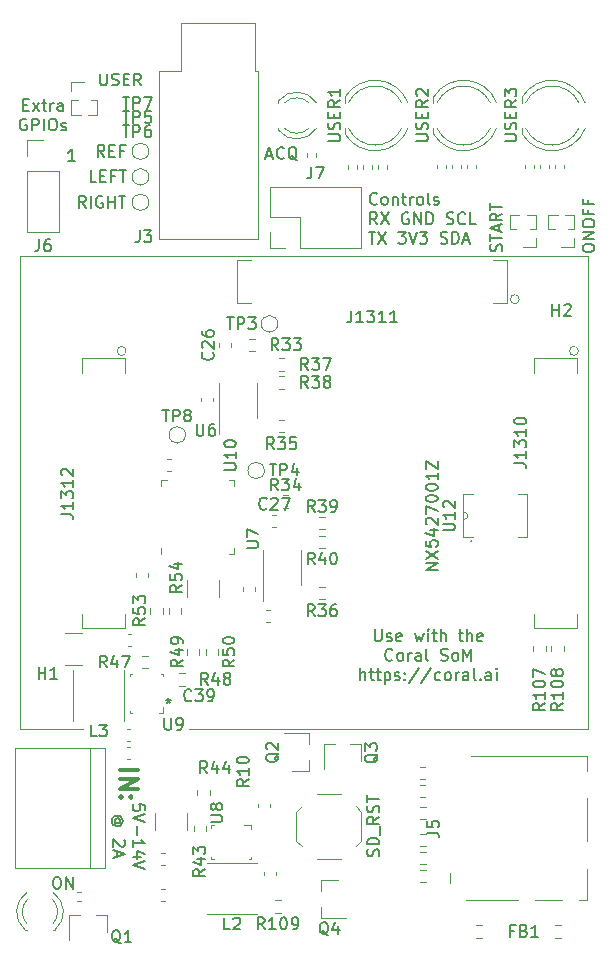
<source format=gbr>
%TF.GenerationSoftware,KiCad,Pcbnew,5.1.10*%
%TF.CreationDate,2021-08-02T15:48:16-04:00*%
%TF.ProjectId,mist-eeg,6d697374-2d65-4656-972e-6b696361645f,1C*%
%TF.SameCoordinates,Original*%
%TF.FileFunction,Legend,Top*%
%TF.FilePolarity,Positive*%
%FSLAX46Y46*%
G04 Gerber Fmt 4.6, Leading zero omitted, Abs format (unit mm)*
G04 Created by KiCad (PCBNEW 5.1.10) date 2021-08-02 15:48:16*
%MOMM*%
%LPD*%
G01*
G04 APERTURE LIST*
%ADD10C,0.300000*%
%ADD11C,0.120000*%
%ADD12C,0.150000*%
%ADD13C,0.050000*%
G04 APERTURE END LIST*
D10*
X208426928Y-93535642D02*
X209926928Y-93535642D01*
X208426928Y-94249928D02*
X209926928Y-94249928D01*
X208426928Y-95107071D01*
X209926928Y-95107071D01*
X208569785Y-95821357D02*
X208498357Y-95892785D01*
X208426928Y-95821357D01*
X208498357Y-95749928D01*
X208569785Y-95821357D01*
X208426928Y-95821357D01*
X209355500Y-95821357D02*
X209284071Y-95892785D01*
X209212642Y-95821357D01*
X209284071Y-95749928D01*
X209355500Y-95821357D01*
X209212642Y-95821357D01*
D11*
X199961500Y-90043000D02*
X199961500Y-49974500D01*
X205295500Y-90043000D02*
X199961500Y-90043000D01*
X248031000Y-90043000D02*
X214249000Y-90043000D01*
X248031000Y-49974500D02*
X248031000Y-90043000D01*
X199961500Y-49974500D02*
X248031000Y-49974500D01*
D12*
X229957880Y-81622380D02*
X229957880Y-82431904D01*
X230005500Y-82527142D01*
X230053119Y-82574761D01*
X230148357Y-82622380D01*
X230338833Y-82622380D01*
X230434071Y-82574761D01*
X230481690Y-82527142D01*
X230529309Y-82431904D01*
X230529309Y-81622380D01*
X230957880Y-82574761D02*
X231053119Y-82622380D01*
X231243595Y-82622380D01*
X231338833Y-82574761D01*
X231386452Y-82479523D01*
X231386452Y-82431904D01*
X231338833Y-82336666D01*
X231243595Y-82289047D01*
X231100738Y-82289047D01*
X231005500Y-82241428D01*
X230957880Y-82146190D01*
X230957880Y-82098571D01*
X231005500Y-82003333D01*
X231100738Y-81955714D01*
X231243595Y-81955714D01*
X231338833Y-82003333D01*
X232195976Y-82574761D02*
X232100738Y-82622380D01*
X231910261Y-82622380D01*
X231815023Y-82574761D01*
X231767404Y-82479523D01*
X231767404Y-82098571D01*
X231815023Y-82003333D01*
X231910261Y-81955714D01*
X232100738Y-81955714D01*
X232195976Y-82003333D01*
X232243595Y-82098571D01*
X232243595Y-82193809D01*
X231767404Y-82289047D01*
X233338833Y-81955714D02*
X233529309Y-82622380D01*
X233719785Y-82146190D01*
X233910261Y-82622380D01*
X234100738Y-81955714D01*
X234481690Y-82622380D02*
X234481690Y-81955714D01*
X234481690Y-81622380D02*
X234434071Y-81670000D01*
X234481690Y-81717619D01*
X234529309Y-81670000D01*
X234481690Y-81622380D01*
X234481690Y-81717619D01*
X234815023Y-81955714D02*
X235195976Y-81955714D01*
X234957880Y-81622380D02*
X234957880Y-82479523D01*
X235005500Y-82574761D01*
X235100738Y-82622380D01*
X235195976Y-82622380D01*
X235529309Y-82622380D02*
X235529309Y-81622380D01*
X235957880Y-82622380D02*
X235957880Y-82098571D01*
X235910261Y-82003333D01*
X235815023Y-81955714D01*
X235672166Y-81955714D01*
X235576928Y-82003333D01*
X235529309Y-82050952D01*
X237053119Y-81955714D02*
X237434071Y-81955714D01*
X237195976Y-81622380D02*
X237195976Y-82479523D01*
X237243595Y-82574761D01*
X237338833Y-82622380D01*
X237434071Y-82622380D01*
X237767404Y-82622380D02*
X237767404Y-81622380D01*
X238195976Y-82622380D02*
X238195976Y-82098571D01*
X238148357Y-82003333D01*
X238053119Y-81955714D01*
X237910261Y-81955714D01*
X237815023Y-82003333D01*
X237767404Y-82050952D01*
X239053119Y-82574761D02*
X238957880Y-82622380D01*
X238767404Y-82622380D01*
X238672166Y-82574761D01*
X238624547Y-82479523D01*
X238624547Y-82098571D01*
X238672166Y-82003333D01*
X238767404Y-81955714D01*
X238957880Y-81955714D01*
X239053119Y-82003333D01*
X239100738Y-82098571D01*
X239100738Y-82193809D01*
X238624547Y-82289047D01*
X231457880Y-84177142D02*
X231410261Y-84224761D01*
X231267404Y-84272380D01*
X231172166Y-84272380D01*
X231029309Y-84224761D01*
X230934071Y-84129523D01*
X230886452Y-84034285D01*
X230838833Y-83843809D01*
X230838833Y-83700952D01*
X230886452Y-83510476D01*
X230934071Y-83415238D01*
X231029309Y-83320000D01*
X231172166Y-83272380D01*
X231267404Y-83272380D01*
X231410261Y-83320000D01*
X231457880Y-83367619D01*
X232029309Y-84272380D02*
X231934071Y-84224761D01*
X231886452Y-84177142D01*
X231838833Y-84081904D01*
X231838833Y-83796190D01*
X231886452Y-83700952D01*
X231934071Y-83653333D01*
X232029309Y-83605714D01*
X232172166Y-83605714D01*
X232267404Y-83653333D01*
X232315023Y-83700952D01*
X232362642Y-83796190D01*
X232362642Y-84081904D01*
X232315023Y-84177142D01*
X232267404Y-84224761D01*
X232172166Y-84272380D01*
X232029309Y-84272380D01*
X232791214Y-84272380D02*
X232791214Y-83605714D01*
X232791214Y-83796190D02*
X232838833Y-83700952D01*
X232886452Y-83653333D01*
X232981690Y-83605714D01*
X233076928Y-83605714D01*
X233838833Y-84272380D02*
X233838833Y-83748571D01*
X233791214Y-83653333D01*
X233695976Y-83605714D01*
X233505500Y-83605714D01*
X233410261Y-83653333D01*
X233838833Y-84224761D02*
X233743595Y-84272380D01*
X233505500Y-84272380D01*
X233410261Y-84224761D01*
X233362642Y-84129523D01*
X233362642Y-84034285D01*
X233410261Y-83939047D01*
X233505500Y-83891428D01*
X233743595Y-83891428D01*
X233838833Y-83843809D01*
X234457880Y-84272380D02*
X234362642Y-84224761D01*
X234315023Y-84129523D01*
X234315023Y-83272380D01*
X235553119Y-84224761D02*
X235695976Y-84272380D01*
X235934071Y-84272380D01*
X236029309Y-84224761D01*
X236076928Y-84177142D01*
X236124547Y-84081904D01*
X236124547Y-83986666D01*
X236076928Y-83891428D01*
X236029309Y-83843809D01*
X235934071Y-83796190D01*
X235743595Y-83748571D01*
X235648357Y-83700952D01*
X235600738Y-83653333D01*
X235553119Y-83558095D01*
X235553119Y-83462857D01*
X235600738Y-83367619D01*
X235648357Y-83320000D01*
X235743595Y-83272380D01*
X235981690Y-83272380D01*
X236124547Y-83320000D01*
X236695976Y-84272380D02*
X236600738Y-84224761D01*
X236553119Y-84177142D01*
X236505500Y-84081904D01*
X236505500Y-83796190D01*
X236553119Y-83700952D01*
X236600738Y-83653333D01*
X236695976Y-83605714D01*
X236838833Y-83605714D01*
X236934071Y-83653333D01*
X236981690Y-83700952D01*
X237029309Y-83796190D01*
X237029309Y-84081904D01*
X236981690Y-84177142D01*
X236934071Y-84224761D01*
X236838833Y-84272380D01*
X236695976Y-84272380D01*
X237457880Y-84272380D02*
X237457880Y-83272380D01*
X237791214Y-83986666D01*
X238124547Y-83272380D01*
X238124547Y-84272380D01*
X228743595Y-85922380D02*
X228743595Y-84922380D01*
X229172166Y-85922380D02*
X229172166Y-85398571D01*
X229124547Y-85303333D01*
X229029309Y-85255714D01*
X228886452Y-85255714D01*
X228791214Y-85303333D01*
X228743595Y-85350952D01*
X229505500Y-85255714D02*
X229886452Y-85255714D01*
X229648357Y-84922380D02*
X229648357Y-85779523D01*
X229695976Y-85874761D01*
X229791214Y-85922380D01*
X229886452Y-85922380D01*
X230076928Y-85255714D02*
X230457880Y-85255714D01*
X230219785Y-84922380D02*
X230219785Y-85779523D01*
X230267404Y-85874761D01*
X230362642Y-85922380D01*
X230457880Y-85922380D01*
X230791214Y-85255714D02*
X230791214Y-86255714D01*
X230791214Y-85303333D02*
X230886452Y-85255714D01*
X231076928Y-85255714D01*
X231172166Y-85303333D01*
X231219785Y-85350952D01*
X231267404Y-85446190D01*
X231267404Y-85731904D01*
X231219785Y-85827142D01*
X231172166Y-85874761D01*
X231076928Y-85922380D01*
X230886452Y-85922380D01*
X230791214Y-85874761D01*
X231648357Y-85874761D02*
X231743595Y-85922380D01*
X231934071Y-85922380D01*
X232029309Y-85874761D01*
X232076928Y-85779523D01*
X232076928Y-85731904D01*
X232029309Y-85636666D01*
X231934071Y-85589047D01*
X231791214Y-85589047D01*
X231695976Y-85541428D01*
X231648357Y-85446190D01*
X231648357Y-85398571D01*
X231695976Y-85303333D01*
X231791214Y-85255714D01*
X231934071Y-85255714D01*
X232029309Y-85303333D01*
X232505500Y-85827142D02*
X232553119Y-85874761D01*
X232505500Y-85922380D01*
X232457880Y-85874761D01*
X232505500Y-85827142D01*
X232505500Y-85922380D01*
X232505500Y-85303333D02*
X232553119Y-85350952D01*
X232505500Y-85398571D01*
X232457880Y-85350952D01*
X232505500Y-85303333D01*
X232505500Y-85398571D01*
X233695976Y-84874761D02*
X232838833Y-86160476D01*
X234743595Y-84874761D02*
X233886452Y-86160476D01*
X235505500Y-85874761D02*
X235410261Y-85922380D01*
X235219785Y-85922380D01*
X235124547Y-85874761D01*
X235076928Y-85827142D01*
X235029309Y-85731904D01*
X235029309Y-85446190D01*
X235076928Y-85350952D01*
X235124547Y-85303333D01*
X235219785Y-85255714D01*
X235410261Y-85255714D01*
X235505500Y-85303333D01*
X236076928Y-85922380D02*
X235981690Y-85874761D01*
X235934071Y-85827142D01*
X235886452Y-85731904D01*
X235886452Y-85446190D01*
X235934071Y-85350952D01*
X235981690Y-85303333D01*
X236076928Y-85255714D01*
X236219785Y-85255714D01*
X236315023Y-85303333D01*
X236362642Y-85350952D01*
X236410261Y-85446190D01*
X236410261Y-85731904D01*
X236362642Y-85827142D01*
X236315023Y-85874761D01*
X236219785Y-85922380D01*
X236076928Y-85922380D01*
X236838833Y-85922380D02*
X236838833Y-85255714D01*
X236838833Y-85446190D02*
X236886452Y-85350952D01*
X236934071Y-85303333D01*
X237029309Y-85255714D01*
X237124547Y-85255714D01*
X237886452Y-85922380D02*
X237886452Y-85398571D01*
X237838833Y-85303333D01*
X237743595Y-85255714D01*
X237553119Y-85255714D01*
X237457880Y-85303333D01*
X237886452Y-85874761D02*
X237791214Y-85922380D01*
X237553119Y-85922380D01*
X237457880Y-85874761D01*
X237410261Y-85779523D01*
X237410261Y-85684285D01*
X237457880Y-85589047D01*
X237553119Y-85541428D01*
X237791214Y-85541428D01*
X237886452Y-85493809D01*
X238505500Y-85922380D02*
X238410261Y-85874761D01*
X238362642Y-85779523D01*
X238362642Y-84922380D01*
X238886452Y-85827142D02*
X238934071Y-85874761D01*
X238886452Y-85922380D01*
X238838833Y-85874761D01*
X238886452Y-85827142D01*
X238886452Y-85922380D01*
X239791214Y-85922380D02*
X239791214Y-85398571D01*
X239743595Y-85303333D01*
X239648357Y-85255714D01*
X239457880Y-85255714D01*
X239362642Y-85303333D01*
X239791214Y-85874761D02*
X239695976Y-85922380D01*
X239457880Y-85922380D01*
X239362642Y-85874761D01*
X239315023Y-85779523D01*
X239315023Y-85684285D01*
X239362642Y-85589047D01*
X239457880Y-85541428D01*
X239695976Y-85541428D01*
X239791214Y-85493809D01*
X240267404Y-85922380D02*
X240267404Y-85255714D01*
X240267404Y-84922380D02*
X240219785Y-84970000D01*
X240267404Y-85017619D01*
X240315023Y-84970000D01*
X240267404Y-84922380D01*
X240267404Y-85017619D01*
X230142023Y-45570142D02*
X230094404Y-45617761D01*
X229951547Y-45665380D01*
X229856309Y-45665380D01*
X229713452Y-45617761D01*
X229618214Y-45522523D01*
X229570595Y-45427285D01*
X229522976Y-45236809D01*
X229522976Y-45093952D01*
X229570595Y-44903476D01*
X229618214Y-44808238D01*
X229713452Y-44713000D01*
X229856309Y-44665380D01*
X229951547Y-44665380D01*
X230094404Y-44713000D01*
X230142023Y-44760619D01*
X230713452Y-45665380D02*
X230618214Y-45617761D01*
X230570595Y-45570142D01*
X230522976Y-45474904D01*
X230522976Y-45189190D01*
X230570595Y-45093952D01*
X230618214Y-45046333D01*
X230713452Y-44998714D01*
X230856309Y-44998714D01*
X230951547Y-45046333D01*
X230999166Y-45093952D01*
X231046785Y-45189190D01*
X231046785Y-45474904D01*
X230999166Y-45570142D01*
X230951547Y-45617761D01*
X230856309Y-45665380D01*
X230713452Y-45665380D01*
X231475357Y-44998714D02*
X231475357Y-45665380D01*
X231475357Y-45093952D02*
X231522976Y-45046333D01*
X231618214Y-44998714D01*
X231761071Y-44998714D01*
X231856309Y-45046333D01*
X231903928Y-45141571D01*
X231903928Y-45665380D01*
X232237261Y-44998714D02*
X232618214Y-44998714D01*
X232380119Y-44665380D02*
X232380119Y-45522523D01*
X232427738Y-45617761D01*
X232522976Y-45665380D01*
X232618214Y-45665380D01*
X232951547Y-45665380D02*
X232951547Y-44998714D01*
X232951547Y-45189190D02*
X232999166Y-45093952D01*
X233046785Y-45046333D01*
X233142023Y-44998714D01*
X233237261Y-44998714D01*
X233713452Y-45665380D02*
X233618214Y-45617761D01*
X233570595Y-45570142D01*
X233522976Y-45474904D01*
X233522976Y-45189190D01*
X233570595Y-45093952D01*
X233618214Y-45046333D01*
X233713452Y-44998714D01*
X233856309Y-44998714D01*
X233951547Y-45046333D01*
X233999166Y-45093952D01*
X234046785Y-45189190D01*
X234046785Y-45474904D01*
X233999166Y-45570142D01*
X233951547Y-45617761D01*
X233856309Y-45665380D01*
X233713452Y-45665380D01*
X234618214Y-45665380D02*
X234522976Y-45617761D01*
X234475357Y-45522523D01*
X234475357Y-44665380D01*
X234951547Y-45617761D02*
X235046785Y-45665380D01*
X235237261Y-45665380D01*
X235332500Y-45617761D01*
X235380119Y-45522523D01*
X235380119Y-45474904D01*
X235332500Y-45379666D01*
X235237261Y-45332047D01*
X235094404Y-45332047D01*
X234999166Y-45284428D01*
X234951547Y-45189190D01*
X234951547Y-45141571D01*
X234999166Y-45046333D01*
X235094404Y-44998714D01*
X235237261Y-44998714D01*
X235332500Y-45046333D01*
X230142023Y-47315380D02*
X229808690Y-46839190D01*
X229570595Y-47315380D02*
X229570595Y-46315380D01*
X229951547Y-46315380D01*
X230046785Y-46363000D01*
X230094404Y-46410619D01*
X230142023Y-46505857D01*
X230142023Y-46648714D01*
X230094404Y-46743952D01*
X230046785Y-46791571D01*
X229951547Y-46839190D01*
X229570595Y-46839190D01*
X230475357Y-46315380D02*
X231142023Y-47315380D01*
X231142023Y-46315380D02*
X230475357Y-47315380D01*
X232808690Y-46363000D02*
X232713452Y-46315380D01*
X232570595Y-46315380D01*
X232427738Y-46363000D01*
X232332500Y-46458238D01*
X232284880Y-46553476D01*
X232237261Y-46743952D01*
X232237261Y-46886809D01*
X232284880Y-47077285D01*
X232332500Y-47172523D01*
X232427738Y-47267761D01*
X232570595Y-47315380D01*
X232665833Y-47315380D01*
X232808690Y-47267761D01*
X232856309Y-47220142D01*
X232856309Y-46886809D01*
X232665833Y-46886809D01*
X233284880Y-47315380D02*
X233284880Y-46315380D01*
X233856309Y-47315380D01*
X233856309Y-46315380D01*
X234332500Y-47315380D02*
X234332500Y-46315380D01*
X234570595Y-46315380D01*
X234713452Y-46363000D01*
X234808690Y-46458238D01*
X234856309Y-46553476D01*
X234903928Y-46743952D01*
X234903928Y-46886809D01*
X234856309Y-47077285D01*
X234808690Y-47172523D01*
X234713452Y-47267761D01*
X234570595Y-47315380D01*
X234332500Y-47315380D01*
X236046785Y-47267761D02*
X236189642Y-47315380D01*
X236427738Y-47315380D01*
X236522976Y-47267761D01*
X236570595Y-47220142D01*
X236618214Y-47124904D01*
X236618214Y-47029666D01*
X236570595Y-46934428D01*
X236522976Y-46886809D01*
X236427738Y-46839190D01*
X236237261Y-46791571D01*
X236142023Y-46743952D01*
X236094404Y-46696333D01*
X236046785Y-46601095D01*
X236046785Y-46505857D01*
X236094404Y-46410619D01*
X236142023Y-46363000D01*
X236237261Y-46315380D01*
X236475357Y-46315380D01*
X236618214Y-46363000D01*
X237618214Y-47220142D02*
X237570595Y-47267761D01*
X237427738Y-47315380D01*
X237332500Y-47315380D01*
X237189642Y-47267761D01*
X237094404Y-47172523D01*
X237046785Y-47077285D01*
X236999166Y-46886809D01*
X236999166Y-46743952D01*
X237046785Y-46553476D01*
X237094404Y-46458238D01*
X237189642Y-46363000D01*
X237332500Y-46315380D01*
X237427738Y-46315380D01*
X237570595Y-46363000D01*
X237618214Y-46410619D01*
X238522976Y-47315380D02*
X238046785Y-47315380D01*
X238046785Y-46315380D01*
X229427738Y-47965380D02*
X229999166Y-47965380D01*
X229713452Y-48965380D02*
X229713452Y-47965380D01*
X230237261Y-47965380D02*
X230903928Y-48965380D01*
X230903928Y-47965380D02*
X230237261Y-48965380D01*
X231951547Y-47965380D02*
X232570595Y-47965380D01*
X232237261Y-48346333D01*
X232380119Y-48346333D01*
X232475357Y-48393952D01*
X232522976Y-48441571D01*
X232570595Y-48536809D01*
X232570595Y-48774904D01*
X232522976Y-48870142D01*
X232475357Y-48917761D01*
X232380119Y-48965380D01*
X232094404Y-48965380D01*
X231999166Y-48917761D01*
X231951547Y-48870142D01*
X232856309Y-47965380D02*
X233189642Y-48965380D01*
X233522976Y-47965380D01*
X233761071Y-47965380D02*
X234380119Y-47965380D01*
X234046785Y-48346333D01*
X234189642Y-48346333D01*
X234284880Y-48393952D01*
X234332500Y-48441571D01*
X234380119Y-48536809D01*
X234380119Y-48774904D01*
X234332500Y-48870142D01*
X234284880Y-48917761D01*
X234189642Y-48965380D01*
X233903928Y-48965380D01*
X233808690Y-48917761D01*
X233761071Y-48870142D01*
X235522976Y-48917761D02*
X235665833Y-48965380D01*
X235903928Y-48965380D01*
X235999166Y-48917761D01*
X236046785Y-48870142D01*
X236094404Y-48774904D01*
X236094404Y-48679666D01*
X236046785Y-48584428D01*
X235999166Y-48536809D01*
X235903928Y-48489190D01*
X235713452Y-48441571D01*
X235618214Y-48393952D01*
X235570595Y-48346333D01*
X235522976Y-48251095D01*
X235522976Y-48155857D01*
X235570595Y-48060619D01*
X235618214Y-48013000D01*
X235713452Y-47965380D01*
X235951547Y-47965380D01*
X236094404Y-48013000D01*
X236522976Y-48965380D02*
X236522976Y-47965380D01*
X236761071Y-47965380D01*
X236903928Y-48013000D01*
X236999166Y-48108238D01*
X237046785Y-48203476D01*
X237094404Y-48393952D01*
X237094404Y-48536809D01*
X237046785Y-48727285D01*
X236999166Y-48822523D01*
X236903928Y-48917761D01*
X236761071Y-48965380D01*
X236522976Y-48965380D01*
X237475357Y-48679666D02*
X237951547Y-48679666D01*
X237380119Y-48965380D02*
X237713452Y-47965380D01*
X238046785Y-48965380D01*
X204567404Y-41981380D02*
X203995976Y-41981380D01*
X204281690Y-41981380D02*
X204281690Y-40981380D01*
X204186452Y-41124238D01*
X204091214Y-41219476D01*
X203995976Y-41267095D01*
X200199833Y-37203571D02*
X200533166Y-37203571D01*
X200676023Y-37727380D02*
X200199833Y-37727380D01*
X200199833Y-36727380D01*
X200676023Y-36727380D01*
X201009357Y-37727380D02*
X201533166Y-37060714D01*
X201009357Y-37060714D02*
X201533166Y-37727380D01*
X201771261Y-37060714D02*
X202152214Y-37060714D01*
X201914119Y-36727380D02*
X201914119Y-37584523D01*
X201961738Y-37679761D01*
X202056976Y-37727380D01*
X202152214Y-37727380D01*
X202485547Y-37727380D02*
X202485547Y-37060714D01*
X202485547Y-37251190D02*
X202533166Y-37155952D01*
X202580785Y-37108333D01*
X202676023Y-37060714D01*
X202771261Y-37060714D01*
X203533166Y-37727380D02*
X203533166Y-37203571D01*
X203485547Y-37108333D01*
X203390309Y-37060714D01*
X203199833Y-37060714D01*
X203104595Y-37108333D01*
X203533166Y-37679761D02*
X203437928Y-37727380D01*
X203199833Y-37727380D01*
X203104595Y-37679761D01*
X203056976Y-37584523D01*
X203056976Y-37489285D01*
X203104595Y-37394047D01*
X203199833Y-37346428D01*
X203437928Y-37346428D01*
X203533166Y-37298809D01*
X200461738Y-38425000D02*
X200366500Y-38377380D01*
X200223642Y-38377380D01*
X200080785Y-38425000D01*
X199985547Y-38520238D01*
X199937928Y-38615476D01*
X199890309Y-38805952D01*
X199890309Y-38948809D01*
X199937928Y-39139285D01*
X199985547Y-39234523D01*
X200080785Y-39329761D01*
X200223642Y-39377380D01*
X200318880Y-39377380D01*
X200461738Y-39329761D01*
X200509357Y-39282142D01*
X200509357Y-38948809D01*
X200318880Y-38948809D01*
X200937928Y-39377380D02*
X200937928Y-38377380D01*
X201318880Y-38377380D01*
X201414119Y-38425000D01*
X201461738Y-38472619D01*
X201509357Y-38567857D01*
X201509357Y-38710714D01*
X201461738Y-38805952D01*
X201414119Y-38853571D01*
X201318880Y-38901190D01*
X200937928Y-38901190D01*
X201937928Y-39377380D02*
X201937928Y-38377380D01*
X202604595Y-38377380D02*
X202795071Y-38377380D01*
X202890309Y-38425000D01*
X202985547Y-38520238D01*
X203033166Y-38710714D01*
X203033166Y-39044047D01*
X202985547Y-39234523D01*
X202890309Y-39329761D01*
X202795071Y-39377380D01*
X202604595Y-39377380D01*
X202509357Y-39329761D01*
X202414119Y-39234523D01*
X202366500Y-39044047D01*
X202366500Y-38710714D01*
X202414119Y-38520238D01*
X202509357Y-38425000D01*
X202604595Y-38377380D01*
X203414119Y-39329761D02*
X203509357Y-39377380D01*
X203699833Y-39377380D01*
X203795071Y-39329761D01*
X203842690Y-39234523D01*
X203842690Y-39186904D01*
X203795071Y-39091666D01*
X203699833Y-39044047D01*
X203556976Y-39044047D01*
X203461738Y-38996428D01*
X203414119Y-38901190D01*
X203414119Y-38853571D01*
X203461738Y-38758333D01*
X203556976Y-38710714D01*
X203699833Y-38710714D01*
X203795071Y-38758333D01*
X205468309Y-45918380D02*
X205134976Y-45442190D01*
X204896880Y-45918380D02*
X204896880Y-44918380D01*
X205277833Y-44918380D01*
X205373071Y-44966000D01*
X205420690Y-45013619D01*
X205468309Y-45108857D01*
X205468309Y-45251714D01*
X205420690Y-45346952D01*
X205373071Y-45394571D01*
X205277833Y-45442190D01*
X204896880Y-45442190D01*
X205896880Y-45918380D02*
X205896880Y-44918380D01*
X206896880Y-44966000D02*
X206801642Y-44918380D01*
X206658785Y-44918380D01*
X206515928Y-44966000D01*
X206420690Y-45061238D01*
X206373071Y-45156476D01*
X206325452Y-45346952D01*
X206325452Y-45489809D01*
X206373071Y-45680285D01*
X206420690Y-45775523D01*
X206515928Y-45870761D01*
X206658785Y-45918380D01*
X206754023Y-45918380D01*
X206896880Y-45870761D01*
X206944500Y-45823142D01*
X206944500Y-45489809D01*
X206754023Y-45489809D01*
X207373071Y-45918380D02*
X207373071Y-44918380D01*
X207373071Y-45394571D02*
X207944500Y-45394571D01*
X207944500Y-45918380D02*
X207944500Y-44918380D01*
X208277833Y-44918380D02*
X208849261Y-44918380D01*
X208563547Y-45918380D02*
X208563547Y-44918380D01*
X206388952Y-43759380D02*
X205912761Y-43759380D01*
X205912761Y-42759380D01*
X206722285Y-43235571D02*
X207055619Y-43235571D01*
X207198476Y-43759380D02*
X206722285Y-43759380D01*
X206722285Y-42759380D01*
X207198476Y-42759380D01*
X207960380Y-43235571D02*
X207627047Y-43235571D01*
X207627047Y-43759380D02*
X207627047Y-42759380D01*
X208103238Y-42759380D01*
X208341333Y-42759380D02*
X208912761Y-42759380D01*
X208627047Y-43759380D02*
X208627047Y-42759380D01*
X207055619Y-41600380D02*
X206722285Y-41124190D01*
X206484190Y-41600380D02*
X206484190Y-40600380D01*
X206865142Y-40600380D01*
X206960380Y-40648000D01*
X207008000Y-40695619D01*
X207055619Y-40790857D01*
X207055619Y-40933714D01*
X207008000Y-41028952D01*
X206960380Y-41076571D01*
X206865142Y-41124190D01*
X206484190Y-41124190D01*
X207484190Y-41076571D02*
X207817523Y-41076571D01*
X207960380Y-41600380D02*
X207484190Y-41600380D01*
X207484190Y-40600380D01*
X207960380Y-40600380D01*
X208722285Y-41076571D02*
X208388952Y-41076571D01*
X208388952Y-41600380D02*
X208388952Y-40600380D01*
X208865142Y-40600380D01*
X210478119Y-96933023D02*
X210478119Y-96456833D01*
X210001928Y-96409214D01*
X210049547Y-96456833D01*
X210097166Y-96552071D01*
X210097166Y-96790166D01*
X210049547Y-96885404D01*
X210001928Y-96933023D01*
X209906690Y-96980642D01*
X209668595Y-96980642D01*
X209573357Y-96933023D01*
X209525738Y-96885404D01*
X209478119Y-96790166D01*
X209478119Y-96552071D01*
X209525738Y-96456833D01*
X209573357Y-96409214D01*
X210478119Y-97266357D02*
X209478119Y-97599690D01*
X210478119Y-97933023D01*
X209859071Y-98266357D02*
X209859071Y-99028261D01*
X209478119Y-100028261D02*
X209478119Y-99456833D01*
X209478119Y-99742547D02*
X210478119Y-99742547D01*
X210335261Y-99647309D01*
X210240023Y-99552071D01*
X210192404Y-99456833D01*
X210144785Y-100885404D02*
X209478119Y-100885404D01*
X210525738Y-100647309D02*
X209811452Y-100409214D01*
X209811452Y-101028261D01*
X210478119Y-101266357D02*
X209478119Y-101599690D01*
X210478119Y-101933023D01*
X208304309Y-98052071D02*
X208351928Y-98004452D01*
X208399547Y-97909214D01*
X208399547Y-97813976D01*
X208351928Y-97718738D01*
X208304309Y-97671119D01*
X208209071Y-97623500D01*
X208113833Y-97623500D01*
X208018595Y-97671119D01*
X207970976Y-97718738D01*
X207923357Y-97813976D01*
X207923357Y-97909214D01*
X207970976Y-98004452D01*
X208018595Y-98052071D01*
X208399547Y-98052071D02*
X208018595Y-98052071D01*
X207970976Y-98099690D01*
X207970976Y-98147309D01*
X208018595Y-98242547D01*
X208113833Y-98290166D01*
X208351928Y-98290166D01*
X208494785Y-98194928D01*
X208590023Y-98052071D01*
X208637642Y-97861595D01*
X208590023Y-97671119D01*
X208494785Y-97528261D01*
X208351928Y-97433023D01*
X208161452Y-97385404D01*
X207970976Y-97433023D01*
X207828119Y-97528261D01*
X207732880Y-97671119D01*
X207685261Y-97861595D01*
X207732880Y-98052071D01*
X207828119Y-98194928D01*
X208732880Y-99433023D02*
X208780500Y-99480642D01*
X208828119Y-99575880D01*
X208828119Y-99813976D01*
X208780500Y-99909214D01*
X208732880Y-99956833D01*
X208637642Y-100004452D01*
X208542404Y-100004452D01*
X208399547Y-99956833D01*
X207828119Y-99385404D01*
X207828119Y-100004452D01*
X208113833Y-100385404D02*
X208113833Y-100861595D01*
X207828119Y-100290166D02*
X208828119Y-100623500D01*
X207828119Y-100956833D01*
D11*
%TO.C,J5*%
X236305500Y-103078500D02*
X236305500Y-102218500D01*
X247945500Y-92378500D02*
X238125500Y-92378500D01*
X247945500Y-93608500D02*
X247945500Y-92378500D01*
X247945500Y-99578500D02*
X247945500Y-95908500D01*
X247945500Y-104558500D02*
X247945500Y-101878500D01*
X247225500Y-104558500D02*
X247945500Y-104558500D01*
X243525500Y-104558500D02*
X245825500Y-104558500D01*
X237675500Y-104558500D02*
X242125500Y-104558500D01*
%TO.C,J1*%
X207137000Y-101790500D02*
X207137000Y-91630500D01*
X199517000Y-101790500D02*
X207137000Y-101790500D01*
X199517000Y-91630500D02*
X199517000Y-101790500D01*
X207137000Y-91630500D02*
X199517000Y-91630500D01*
X205867000Y-91630500D02*
X205867000Y-101790500D01*
%TO.C,Q2*%
X224407000Y-93591500D02*
X224407000Y-92661500D01*
X224407000Y-90431500D02*
X224407000Y-91361500D01*
X224407000Y-90431500D02*
X222247000Y-90431500D01*
X224407000Y-93591500D02*
X222947000Y-93591500D01*
%TO.C,C41*%
X205181252Y-81952000D02*
X203758748Y-81952000D01*
X205181252Y-84672000D02*
X203758748Y-84672000D01*
%TO.C,C34*%
X214085000Y-98628252D02*
X214085000Y-97205748D01*
X211365000Y-98628252D02*
X211365000Y-97205748D01*
%TO.C,C27*%
X221296620Y-72963500D02*
X221577780Y-72963500D01*
X221296620Y-71943500D02*
X221577780Y-71943500D01*
%TO.C,C26*%
X217807000Y-57671580D02*
X217807000Y-57390420D01*
X216787000Y-57671580D02*
X216787000Y-57390420D01*
%TO.C,C23*%
X221069780Y-79982600D02*
X220788620Y-79982600D01*
X221069780Y-81002600D02*
X220788620Y-81002600D01*
%TO.C,C22*%
X216283000Y-62307080D02*
X216283000Y-62025920D01*
X215263000Y-62307080D02*
X215263000Y-62025920D01*
%TO.C,C50*%
X214032000Y-77431848D02*
X214032000Y-78854352D01*
X216752000Y-77431848D02*
X216752000Y-78854352D01*
%TO.C,U9*%
X212054501Y-88733500D02*
X211729500Y-88733500D01*
X212054501Y-88158500D02*
X212054501Y-88733500D01*
X209404501Y-88733500D02*
X209204499Y-88733500D01*
X209204499Y-88533498D02*
X209204499Y-88733500D01*
X209204499Y-85383500D02*
X209204499Y-85583502D01*
X209404501Y-85383500D02*
X209204499Y-85383500D01*
X212054501Y-85383500D02*
X212054501Y-85583502D01*
X212054501Y-85383500D02*
X211854499Y-85383500D01*
%TO.C,U8*%
X219480000Y-98206499D02*
X219480000Y-98531500D01*
X218905000Y-98206499D02*
X219480000Y-98206499D01*
X219480000Y-100856499D02*
X219480000Y-101056501D01*
X219279998Y-101056501D02*
X219480000Y-101056501D01*
X216130000Y-101056501D02*
X216330002Y-101056501D01*
X216130000Y-100856499D02*
X216130000Y-101056501D01*
X216130000Y-98206499D02*
X216330002Y-98206499D01*
X216130000Y-98206499D02*
X216130000Y-98406501D01*
%TO.C,SW3*%
X228810000Y-97048000D02*
X228810000Y-99548000D01*
X227060000Y-95548000D02*
X225060000Y-95548000D01*
X223310000Y-97048000D02*
X223310000Y-99548000D01*
X227060000Y-101048000D02*
X225060000Y-101048000D01*
X228360000Y-96598000D02*
X228810000Y-97048000D01*
X228360000Y-99998000D02*
X228810000Y-99548000D01*
X223760000Y-99998000D02*
X223310000Y-99548000D01*
X223760000Y-96598000D02*
X223310000Y-97048000D01*
%TO.C,U12*%
X238201200Y-74168000D02*
G75*
G03*
X238201200Y-74168000I-76200J0D01*
G01*
X238262160Y-70180200D02*
X237426500Y-70180200D01*
X242051840Y-73837800D02*
X242887500Y-73837800D01*
X237426500Y-73837800D02*
X238262160Y-73837800D01*
X237426500Y-70180200D02*
X237426500Y-73837800D01*
X242887500Y-70180200D02*
X242051840Y-70180200D01*
X242887500Y-73837800D02*
X242887500Y-70180200D01*
D13*
X237553500Y-71725367D02*
G75*
G02*
X237553500Y-72292633I0J-283633D01*
G01*
D11*
%TO.C,J10*%
X247201000Y-58045000D02*
G75*
G03*
X247201000Y-58045000I-381000J0D01*
G01*
X243463900Y-80344338D02*
X243463900Y-81540000D01*
X247096100Y-59875662D02*
X247096100Y-58680000D01*
X247096100Y-58680000D02*
X243463900Y-58680000D01*
X247096100Y-81540000D02*
X247096100Y-80344338D01*
X243463900Y-81540000D02*
X247096100Y-81540000D01*
X243463900Y-58680000D02*
X243463900Y-59875662D01*
%TO.C,J9*%
X242196000Y-53670000D02*
G75*
G03*
X242196000Y-53670000I-381000J0D01*
G01*
X219515662Y-50313900D02*
X218320000Y-50313900D01*
X239984338Y-53946100D02*
X241180000Y-53946100D01*
X241180000Y-53946100D02*
X241180000Y-50313900D01*
X218320000Y-53946100D02*
X219515662Y-53946100D01*
X218320000Y-50313900D02*
X218320000Y-53946100D01*
X241180000Y-50313900D02*
X239984338Y-50313900D01*
%TO.C,J8*%
X208901000Y-58045000D02*
G75*
G03*
X208901000Y-58045000I-381000J0D01*
G01*
X205163900Y-80344338D02*
X205163900Y-81540000D01*
X208796100Y-59875662D02*
X208796100Y-58680000D01*
X208796100Y-58680000D02*
X205163900Y-58680000D01*
X208796100Y-81540000D02*
X208796100Y-80344338D01*
X205163900Y-81540000D02*
X208796100Y-81540000D01*
X205163900Y-58680000D02*
X205163900Y-59875662D01*
%TO.C,FB1*%
X245253742Y-107710500D02*
X245728258Y-107710500D01*
X245253742Y-106665500D02*
X245728258Y-106665500D01*
%TO.C,J3*%
X213553000Y-34303500D02*
X213553000Y-30303500D01*
X211653000Y-34303500D02*
X213553000Y-34303500D01*
X211653000Y-48543500D02*
X211653000Y-34303500D01*
X220093000Y-48543500D02*
X211653000Y-48543500D01*
X220093000Y-34303500D02*
X220093000Y-48543500D01*
X219793000Y-34303500D02*
X220093000Y-34303500D01*
X219793000Y-30303500D02*
X219793000Y-34303500D01*
X213553000Y-30303500D02*
X219793000Y-30303500D01*
%TO.C,R7*%
X205068141Y-103887000D02*
X204760859Y-103887000D01*
X205068141Y-104647000D02*
X204760859Y-104647000D01*
%TO.C,Q1*%
X207256500Y-105793000D02*
X207256500Y-107253000D01*
X204096500Y-105793000D02*
X204096500Y-107953000D01*
X204096500Y-105793000D02*
X205026500Y-105793000D01*
X207256500Y-105793000D02*
X206326500Y-105793000D01*
%TO.C,D2*%
X202692500Y-107097000D02*
X202848500Y-107097000D01*
X200376500Y-107097000D02*
X200532500Y-107097000D01*
X202692337Y-104495870D02*
G75*
G02*
X202692500Y-106577961I-1079837J-1041130D01*
G01*
X200532663Y-104495870D02*
G75*
G03*
X200532500Y-106577961I1079837J-1041130D01*
G01*
X202691108Y-103864665D02*
G75*
G02*
X202848016Y-107097000I-1078608J-1672335D01*
G01*
X200533892Y-103864665D02*
G75*
G03*
X200376984Y-107097000I1078608J-1672335D01*
G01*
%TO.C,SW5*%
X246855000Y-49274000D02*
X245745000Y-49274000D01*
X246855000Y-48514000D02*
X246855000Y-49274000D01*
X245181529Y-47754000D02*
X244635000Y-47754000D01*
X246855000Y-47754000D02*
X246308471Y-47754000D01*
X244635000Y-47754000D02*
X244635000Y-46549000D01*
X246855000Y-47754000D02*
X246855000Y-46549000D01*
X245437470Y-46549000D02*
X244635000Y-46549000D01*
X246855000Y-46549000D02*
X246052530Y-46549000D01*
%TO.C,R109*%
X221504742Y-105615000D02*
X221979258Y-105615000D01*
X221504742Y-104570000D02*
X221979258Y-104570000D01*
%TO.C,R108*%
X244905000Y-83011242D02*
X244905000Y-83485758D01*
X245950000Y-83011242D02*
X245950000Y-83485758D01*
%TO.C,R107*%
X243381000Y-83011242D02*
X243381000Y-83485758D01*
X244426000Y-83011242D02*
X244426000Y-83485758D01*
%TO.C,R48*%
X213376742Y-86374500D02*
X213851258Y-86374500D01*
X213376742Y-85329500D02*
X213851258Y-85329500D01*
%TO.C,R47*%
X210265242Y-84914000D02*
X210739758Y-84914000D01*
X210265242Y-83869000D02*
X210739758Y-83869000D01*
%TO.C,R44*%
X215978000Y-95677758D02*
X215978000Y-95203242D01*
X214933000Y-95677758D02*
X214933000Y-95203242D01*
%TO.C,R43*%
X215660500Y-98725758D02*
X215660500Y-98251242D01*
X214615500Y-98725758D02*
X214615500Y-98251242D01*
%TO.C,Q4*%
X225363500Y-102877500D02*
X226823500Y-102877500D01*
X225363500Y-106037500D02*
X227523500Y-106037500D01*
X225363500Y-106037500D02*
X225363500Y-105107500D01*
X225363500Y-102877500D02*
X225363500Y-103807500D01*
%TO.C,Q3*%
X228783000Y-91315000D02*
X228783000Y-92775000D01*
X225623000Y-91315000D02*
X225623000Y-93475000D01*
X225623000Y-91315000D02*
X226553000Y-91315000D01*
X228783000Y-91315000D02*
X227853000Y-91315000D01*
%TO.C,L3*%
X204411500Y-89403000D02*
X204411500Y-85095000D01*
X208719500Y-85095000D02*
X208719500Y-89403000D01*
%TO.C,L2*%
X220022500Y-105722500D02*
X215714500Y-105722500D01*
X215714500Y-101414500D02*
X220022500Y-101414500D01*
%TO.C,J7*%
X221047000Y-49336000D02*
X221047000Y-48006000D01*
X222377000Y-49336000D02*
X221047000Y-49336000D01*
X221047000Y-46736000D02*
X221047000Y-44136000D01*
X223647000Y-46736000D02*
X221047000Y-46736000D01*
X223647000Y-49336000D02*
X223647000Y-46736000D01*
X221047000Y-44136000D02*
X228787000Y-44136000D01*
X223647000Y-49336000D02*
X228787000Y-49336000D01*
X228787000Y-49336000D02*
X228787000Y-44136000D01*
%TO.C,J6*%
X200536500Y-40199000D02*
X201866500Y-40199000D01*
X200536500Y-41529000D02*
X200536500Y-40199000D01*
X200536500Y-42799000D02*
X203196500Y-42799000D01*
X203196500Y-42799000D02*
X203196500Y-47939000D01*
X200536500Y-42799000D02*
X200536500Y-47939000D01*
X200536500Y-47939000D02*
X203196500Y-47939000D01*
%TO.C,C40*%
X209028420Y-82996500D02*
X209309580Y-82996500D01*
X209028420Y-81976500D02*
X209309580Y-81976500D01*
%TO.C,C37*%
X209246080Y-90041000D02*
X208964920Y-90041000D01*
X209246080Y-91061000D02*
X208964920Y-91061000D01*
%TO.C,C36*%
X209246080Y-91565000D02*
X208964920Y-91565000D01*
X209246080Y-92585000D02*
X208964920Y-92585000D01*
%TO.C,C33*%
X212167080Y-103630000D02*
X211885920Y-103630000D01*
X212167080Y-104650000D02*
X211885920Y-104650000D01*
%TO.C,C32*%
X212167080Y-100582000D02*
X211885920Y-100582000D01*
X212167080Y-101602000D02*
X211885920Y-101602000D01*
%TO.C,C29*%
X221109000Y-96660580D02*
X221109000Y-96379420D01*
X220089000Y-96660580D02*
X220089000Y-96379420D01*
%TO.C,C28*%
X220597000Y-102157920D02*
X220597000Y-102439080D01*
X221617000Y-102157920D02*
X221617000Y-102439080D01*
%TO.C,SW2*%
X204249000Y-35308000D02*
X205359000Y-35308000D01*
X204249000Y-36068000D02*
X204249000Y-35308000D01*
X205922471Y-36828000D02*
X206469000Y-36828000D01*
X204249000Y-36828000D02*
X204795529Y-36828000D01*
X206469000Y-36828000D02*
X206469000Y-38033000D01*
X204249000Y-36828000D02*
X204249000Y-38033000D01*
X205666530Y-38033000D02*
X206469000Y-38033000D01*
X204249000Y-38033000D02*
X205051470Y-38033000D01*
%TO.C,U7*%
X220525700Y-76365100D02*
X220525700Y-79240100D01*
X220525700Y-76365100D02*
X220525700Y-74865100D01*
X223745700Y-76365100D02*
X223745700Y-77865100D01*
X223745700Y-76365100D02*
X223745700Y-74865100D01*
%TO.C,U10*%
X211850200Y-74745600D02*
X211850200Y-75220600D01*
X218070200Y-69000600D02*
X217595200Y-69000600D01*
X218070200Y-69475600D02*
X218070200Y-69000600D01*
X218070200Y-75220600D02*
X217595200Y-75220600D01*
X218070200Y-74745600D02*
X218070200Y-75220600D01*
X211850200Y-69000600D02*
X212325200Y-69000600D01*
X211850200Y-69475600D02*
X211850200Y-69000600D01*
%TO.C,R54*%
X212532700Y-79810842D02*
X212532700Y-80285358D01*
X213577700Y-79810842D02*
X213577700Y-80285358D01*
%TO.C,R53*%
X210945200Y-79810842D02*
X210945200Y-80285358D01*
X211990200Y-79810842D02*
X211990200Y-80285358D01*
%TO.C,R50*%
X215644200Y-83303342D02*
X215644200Y-83777858D01*
X216689200Y-83303342D02*
X216689200Y-83777858D01*
%TO.C,R49*%
X214056700Y-83303342D02*
X214056700Y-83777858D01*
X215101700Y-83303342D02*
X215101700Y-83777858D01*
%TO.C,R105*%
X238997258Y-106665500D02*
X238522742Y-106665500D01*
X238997258Y-107710500D02*
X238522742Y-107710500D01*
%TO.C,R104*%
X234234758Y-93267000D02*
X233760242Y-93267000D01*
X234234758Y-94312000D02*
X233760242Y-94312000D01*
%TO.C,R103*%
X234234758Y-94791000D02*
X233760242Y-94791000D01*
X234234758Y-95836000D02*
X233760242Y-95836000D01*
%TO.C,R102*%
X234298258Y-96632500D02*
X233823742Y-96632500D01*
X234298258Y-97677500D02*
X233823742Y-97677500D01*
%TO.C,R101*%
X234298258Y-98918500D02*
X233823742Y-98918500D01*
X234298258Y-99963500D02*
X233823742Y-99963500D01*
%TO.C,R100*%
X234298258Y-100442500D02*
X233823742Y-100442500D01*
X234298258Y-101487500D02*
X233823742Y-101487500D01*
%TO.C,R99*%
X234298258Y-101966500D02*
X233823742Y-101966500D01*
X234298258Y-103011500D02*
X233823742Y-103011500D01*
%TO.C,R38*%
X221822242Y-61228500D02*
X222296758Y-61228500D01*
X221822242Y-60183500D02*
X222296758Y-60183500D01*
%TO.C,R37*%
X222296758Y-58659500D02*
X221822242Y-58659500D01*
X222296758Y-59704500D02*
X221822242Y-59704500D01*
%TO.C,R40*%
X225263942Y-74728600D02*
X225738458Y-74728600D01*
X225263942Y-73683600D02*
X225738458Y-73683600D01*
%TO.C,R39*%
X225738458Y-72096100D02*
X225263942Y-72096100D01*
X225738458Y-73141100D02*
X225263942Y-73141100D01*
%TO.C,R35*%
X221822242Y-64911500D02*
X222296758Y-64911500D01*
X221822242Y-63866500D02*
X222296758Y-63866500D01*
%TO.C,R36*%
X225263942Y-79046600D02*
X225738458Y-79046600D01*
X225263942Y-78001600D02*
X225738458Y-78001600D01*
%TO.C,R33*%
X219820258Y-57008500D02*
X219345742Y-57008500D01*
X219820258Y-58053500D02*
X219345742Y-58053500D01*
%TO.C,R34*%
X222626958Y-70280000D02*
X222152442Y-70280000D01*
X222626958Y-71325000D02*
X222152442Y-71325000D01*
%TO.C,TP8*%
X213933000Y-65151000D02*
G75*
G03*
X213933000Y-65151000I-700000J0D01*
G01*
%TO.C,TP7*%
X210821500Y-41148000D02*
G75*
G03*
X210821500Y-41148000I-700000J0D01*
G01*
%TO.C,TP6*%
X210821500Y-45466000D02*
G75*
G03*
X210821500Y-45466000I-700000J0D01*
G01*
%TO.C,TP5*%
X210821500Y-43307000D02*
G75*
G03*
X210821500Y-43307000I-700000J0D01*
G01*
%TO.C,TP3*%
X221743500Y-55753000D02*
G75*
G03*
X221743500Y-55753000I-700000J0D01*
G01*
%TO.C,TP4*%
X220613200Y-68173600D02*
G75*
G03*
X220613200Y-68173600I-700000J0D01*
G01*
%TO.C,SW1*%
X243616500Y-49274000D02*
X242506500Y-49274000D01*
X243616500Y-48514000D02*
X243616500Y-49274000D01*
X241943029Y-47754000D02*
X241396500Y-47754000D01*
X243616500Y-47754000D02*
X243069971Y-47754000D01*
X241396500Y-47754000D02*
X241396500Y-46549000D01*
X243616500Y-47754000D02*
X243616500Y-46549000D01*
X242198970Y-46549000D02*
X241396500Y-46549000D01*
X243616500Y-46549000D02*
X242814030Y-46549000D01*
%TO.C,R95*%
X237745000Y-42264359D02*
X237745000Y-42571641D01*
X238505000Y-42264359D02*
X238505000Y-42571641D01*
%TO.C,R94*%
X236475000Y-42264359D02*
X236475000Y-42571641D01*
X237235000Y-42264359D02*
X237235000Y-42571641D01*
%TO.C,R93*%
X235205000Y-42264359D02*
X235205000Y-42571641D01*
X235965000Y-42264359D02*
X235965000Y-42571641D01*
%TO.C,R92*%
X245238000Y-42264359D02*
X245238000Y-42571641D01*
X245998000Y-42264359D02*
X245998000Y-42571641D01*
%TO.C,R91*%
X243968000Y-42264359D02*
X243968000Y-42571641D01*
X244728000Y-42264359D02*
X244728000Y-42571641D01*
%TO.C,R90*%
X242698000Y-42264359D02*
X242698000Y-42571641D01*
X243458000Y-42264359D02*
X243458000Y-42571641D01*
%TO.C,R89*%
X230252000Y-42327859D02*
X230252000Y-42635141D01*
X231012000Y-42327859D02*
X231012000Y-42635141D01*
%TO.C,R88*%
X228982000Y-42327859D02*
X228982000Y-42635141D01*
X229742000Y-42327859D02*
X229742000Y-42635141D01*
%TO.C,R87*%
X227712000Y-42327859D02*
X227712000Y-42635141D01*
X228472000Y-42327859D02*
X228472000Y-42635141D01*
%TO.C,R86*%
X224219500Y-41311859D02*
X224219500Y-41619141D01*
X224979500Y-41311859D02*
X224979500Y-41619141D01*
%TO.C,D8*%
X234925000Y-39195000D02*
X234925000Y-39660000D01*
X234925000Y-36570000D02*
X234925000Y-37035000D01*
X239739479Y-39195429D02*
G75*
G02*
X235230316Y-39195000I-2254479J1080429D01*
G01*
X239739479Y-37034571D02*
G75*
G03*
X235230316Y-37035000I-2254479J-1080429D01*
G01*
X240272815Y-39195827D02*
G75*
G02*
X234925000Y-39659830I-2787815J1080827D01*
G01*
X240272815Y-37034173D02*
G75*
G03*
X234925000Y-36570170I-2787815J-1080827D01*
G01*
%TO.C,D7*%
X242425000Y-39195000D02*
X242425000Y-39660000D01*
X242425000Y-36570000D02*
X242425000Y-37035000D01*
X247239479Y-39195429D02*
G75*
G02*
X242730316Y-39195000I-2254479J1080429D01*
G01*
X247239479Y-37034571D02*
G75*
G03*
X242730316Y-37035000I-2254479J-1080429D01*
G01*
X247772815Y-39195827D02*
G75*
G02*
X242425000Y-39659830I-2787815J1080827D01*
G01*
X247772815Y-37034173D02*
G75*
G03*
X242425000Y-36570170I-2787815J-1080827D01*
G01*
%TO.C,D6*%
X227425000Y-39195000D02*
X227425000Y-39660000D01*
X227425000Y-36570000D02*
X227425000Y-37035000D01*
X232239479Y-39195429D02*
G75*
G02*
X227730316Y-39195000I-2254479J1080429D01*
G01*
X232239479Y-37034571D02*
G75*
G03*
X227730316Y-37035000I-2254479J-1080429D01*
G01*
X232772815Y-39195827D02*
G75*
G02*
X227425000Y-39659830I-2787815J1080827D01*
G01*
X232772815Y-37034173D02*
G75*
G03*
X227425000Y-36570170I-2787815J-1080827D01*
G01*
%TO.C,D5*%
X221790000Y-39195000D02*
X221790000Y-39351000D01*
X221790000Y-36879000D02*
X221790000Y-37035000D01*
X224391130Y-39194837D02*
G75*
G02*
X222309039Y-39195000I-1041130J1079837D01*
G01*
X224391130Y-37035163D02*
G75*
G03*
X222309039Y-37035000I-1041130J-1079837D01*
G01*
X225022335Y-39193608D02*
G75*
G02*
X221790000Y-39350516I-1672335J1078608D01*
G01*
X225022335Y-37036392D02*
G75*
G03*
X221790000Y-36879484I-1672335J-1078608D01*
G01*
%TO.C,C53*%
X212675080Y-67181000D02*
X212393920Y-67181000D01*
X212675080Y-68201000D02*
X212393920Y-68201000D01*
%TO.C,C48*%
X218768200Y-78066020D02*
X218768200Y-78347180D01*
X219788200Y-78066020D02*
X219788200Y-78347180D01*
%TO.C,C47*%
X209700400Y-76872220D02*
X209700400Y-77153380D01*
X210720400Y-76872220D02*
X210720400Y-77153380D01*
%TO.C,U6*%
X216766500Y-62230000D02*
X216766500Y-65105000D01*
X216766500Y-62230000D02*
X216766500Y-60730000D01*
X219986500Y-62230000D02*
X219986500Y-63730000D01*
X219986500Y-62230000D02*
X219986500Y-60730000D01*
%TO.C,J5*%
D12*
X234397880Y-98821833D02*
X235112166Y-98821833D01*
X235255023Y-98869452D01*
X235350261Y-98964690D01*
X235397880Y-99107547D01*
X235397880Y-99202785D01*
X234397880Y-97869452D02*
X234397880Y-98345642D01*
X234874071Y-98393261D01*
X234826452Y-98345642D01*
X234778833Y-98250404D01*
X234778833Y-98012309D01*
X234826452Y-97917071D01*
X234874071Y-97869452D01*
X234969309Y-97821833D01*
X235207404Y-97821833D01*
X235302642Y-97869452D01*
X235350261Y-97917071D01*
X235397880Y-98012309D01*
X235397880Y-98250404D01*
X235350261Y-98345642D01*
X235302642Y-98393261D01*
%TO.C,Q2*%
X221845119Y-92106738D02*
X221797500Y-92201976D01*
X221702261Y-92297214D01*
X221559404Y-92440071D01*
X221511785Y-92535309D01*
X221511785Y-92630547D01*
X221749880Y-92582928D02*
X221702261Y-92678166D01*
X221607023Y-92773404D01*
X221416547Y-92821023D01*
X221083214Y-92821023D01*
X220892738Y-92773404D01*
X220797500Y-92678166D01*
X220749880Y-92582928D01*
X220749880Y-92392452D01*
X220797500Y-92297214D01*
X220892738Y-92201976D01*
X221083214Y-92154357D01*
X221416547Y-92154357D01*
X221607023Y-92201976D01*
X221702261Y-92297214D01*
X221749880Y-92392452D01*
X221749880Y-92582928D01*
X220845119Y-91773404D02*
X220797500Y-91725785D01*
X220749880Y-91630547D01*
X220749880Y-91392452D01*
X220797500Y-91297214D01*
X220845119Y-91249595D01*
X220940357Y-91201976D01*
X221035595Y-91201976D01*
X221178452Y-91249595D01*
X221749880Y-91821023D01*
X221749880Y-91201976D01*
%TO.C,C27*%
X220794342Y-71380642D02*
X220746723Y-71428261D01*
X220603866Y-71475880D01*
X220508628Y-71475880D01*
X220365771Y-71428261D01*
X220270533Y-71333023D01*
X220222914Y-71237785D01*
X220175295Y-71047309D01*
X220175295Y-70904452D01*
X220222914Y-70713976D01*
X220270533Y-70618738D01*
X220365771Y-70523500D01*
X220508628Y-70475880D01*
X220603866Y-70475880D01*
X220746723Y-70523500D01*
X220794342Y-70571119D01*
X221175295Y-70571119D02*
X221222914Y-70523500D01*
X221318152Y-70475880D01*
X221556247Y-70475880D01*
X221651485Y-70523500D01*
X221699104Y-70571119D01*
X221746723Y-70666357D01*
X221746723Y-70761595D01*
X221699104Y-70904452D01*
X221127676Y-71475880D01*
X221746723Y-71475880D01*
X222080057Y-70475880D02*
X222746723Y-70475880D01*
X222318152Y-71475880D01*
%TO.C,C26*%
X216224142Y-58173857D02*
X216271761Y-58221476D01*
X216319380Y-58364333D01*
X216319380Y-58459571D01*
X216271761Y-58602428D01*
X216176523Y-58697666D01*
X216081285Y-58745285D01*
X215890809Y-58792904D01*
X215747952Y-58792904D01*
X215557476Y-58745285D01*
X215462238Y-58697666D01*
X215367000Y-58602428D01*
X215319380Y-58459571D01*
X215319380Y-58364333D01*
X215367000Y-58221476D01*
X215414619Y-58173857D01*
X215414619Y-57792904D02*
X215367000Y-57745285D01*
X215319380Y-57650047D01*
X215319380Y-57411952D01*
X215367000Y-57316714D01*
X215414619Y-57269095D01*
X215509857Y-57221476D01*
X215605095Y-57221476D01*
X215747952Y-57269095D01*
X216319380Y-57840523D01*
X216319380Y-57221476D01*
X215319380Y-56364333D02*
X215319380Y-56554809D01*
X215367000Y-56650047D01*
X215414619Y-56697666D01*
X215557476Y-56792904D01*
X215747952Y-56840523D01*
X216128904Y-56840523D01*
X216224142Y-56792904D01*
X216271761Y-56745285D01*
X216319380Y-56650047D01*
X216319380Y-56459571D01*
X216271761Y-56364333D01*
X216224142Y-56316714D01*
X216128904Y-56269095D01*
X215890809Y-56269095D01*
X215795571Y-56316714D01*
X215747952Y-56364333D01*
X215700333Y-56459571D01*
X215700333Y-56650047D01*
X215747952Y-56745285D01*
X215795571Y-56792904D01*
X215890809Y-56840523D01*
%TO.C,U9*%
X212153595Y-89114380D02*
X212153595Y-89923904D01*
X212201214Y-90019142D01*
X212248833Y-90066761D01*
X212344071Y-90114380D01*
X212534547Y-90114380D01*
X212629785Y-90066761D01*
X212677404Y-90019142D01*
X212725023Y-89923904D01*
X212725023Y-89114380D01*
X213248833Y-90114380D02*
X213439309Y-90114380D01*
X213534547Y-90066761D01*
X213582166Y-90019142D01*
X213677404Y-89876285D01*
X213725023Y-89685809D01*
X213725023Y-89304857D01*
X213677404Y-89209619D01*
X213629785Y-89162000D01*
X213534547Y-89114380D01*
X213344071Y-89114380D01*
X213248833Y-89162000D01*
X213201214Y-89209619D01*
X213153595Y-89304857D01*
X213153595Y-89542952D01*
X213201214Y-89638190D01*
X213248833Y-89685809D01*
X213344071Y-89733428D01*
X213534547Y-89733428D01*
X213629785Y-89685809D01*
X213677404Y-89638190D01*
X213725023Y-89542952D01*
X212479500Y-87460880D02*
X212479500Y-87698976D01*
X212241404Y-87603738D02*
X212479500Y-87698976D01*
X212717595Y-87603738D01*
X212336642Y-87889452D02*
X212479500Y-87698976D01*
X212622357Y-87889452D01*
%TO.C,U8*%
X216050880Y-97916904D02*
X216860404Y-97916904D01*
X216955642Y-97869285D01*
X217003261Y-97821666D01*
X217050880Y-97726428D01*
X217050880Y-97535952D01*
X217003261Y-97440714D01*
X216955642Y-97393095D01*
X216860404Y-97345476D01*
X216050880Y-97345476D01*
X216479452Y-96726428D02*
X216431833Y-96821666D01*
X216384214Y-96869285D01*
X216288976Y-96916904D01*
X216241357Y-96916904D01*
X216146119Y-96869285D01*
X216098500Y-96821666D01*
X216050880Y-96726428D01*
X216050880Y-96535952D01*
X216098500Y-96440714D01*
X216146119Y-96393095D01*
X216241357Y-96345476D01*
X216288976Y-96345476D01*
X216384214Y-96393095D01*
X216431833Y-96440714D01*
X216479452Y-96535952D01*
X216479452Y-96726428D01*
X216527071Y-96821666D01*
X216574690Y-96869285D01*
X216669928Y-96916904D01*
X216860404Y-96916904D01*
X216955642Y-96869285D01*
X217003261Y-96821666D01*
X217050880Y-96726428D01*
X217050880Y-96535952D01*
X217003261Y-96440714D01*
X216955642Y-96393095D01*
X216860404Y-96345476D01*
X216669928Y-96345476D01*
X216574690Y-96393095D01*
X216527071Y-96440714D01*
X216479452Y-96535952D01*
%TO.C,R10*%
X219273380Y-94305357D02*
X218797190Y-94638690D01*
X219273380Y-94876785D02*
X218273380Y-94876785D01*
X218273380Y-94495833D01*
X218321000Y-94400595D01*
X218368619Y-94352976D01*
X218463857Y-94305357D01*
X218606714Y-94305357D01*
X218701952Y-94352976D01*
X218749571Y-94400595D01*
X218797190Y-94495833D01*
X218797190Y-94876785D01*
X219273380Y-93352976D02*
X219273380Y-93924404D01*
X219273380Y-93638690D02*
X218273380Y-93638690D01*
X218416238Y-93733928D01*
X218511476Y-93829166D01*
X218559095Y-93924404D01*
X218273380Y-92733928D02*
X218273380Y-92638690D01*
X218321000Y-92543452D01*
X218368619Y-92495833D01*
X218463857Y-92448214D01*
X218654333Y-92400595D01*
X218892428Y-92400595D01*
X219082904Y-92448214D01*
X219178142Y-92495833D01*
X219225761Y-92543452D01*
X219273380Y-92638690D01*
X219273380Y-92733928D01*
X219225761Y-92829166D01*
X219178142Y-92876785D01*
X219082904Y-92924404D01*
X218892428Y-92972023D01*
X218654333Y-92972023D01*
X218463857Y-92924404D01*
X218368619Y-92876785D01*
X218321000Y-92829166D01*
X218273380Y-92733928D01*
%TO.C,SW3*%
X230274761Y-100821809D02*
X230322380Y-100678952D01*
X230322380Y-100440857D01*
X230274761Y-100345619D01*
X230227142Y-100298000D01*
X230131904Y-100250380D01*
X230036666Y-100250380D01*
X229941428Y-100298000D01*
X229893809Y-100345619D01*
X229846190Y-100440857D01*
X229798571Y-100631333D01*
X229750952Y-100726571D01*
X229703333Y-100774190D01*
X229608095Y-100821809D01*
X229512857Y-100821809D01*
X229417619Y-100774190D01*
X229370000Y-100726571D01*
X229322380Y-100631333D01*
X229322380Y-100393238D01*
X229370000Y-100250380D01*
X230322380Y-99821809D02*
X229322380Y-99821809D01*
X229322380Y-99583714D01*
X229370000Y-99440857D01*
X229465238Y-99345619D01*
X229560476Y-99298000D01*
X229750952Y-99250380D01*
X229893809Y-99250380D01*
X230084285Y-99298000D01*
X230179523Y-99345619D01*
X230274761Y-99440857D01*
X230322380Y-99583714D01*
X230322380Y-99821809D01*
X230417619Y-99059904D02*
X230417619Y-98298000D01*
X230322380Y-97488476D02*
X229846190Y-97821809D01*
X230322380Y-98059904D02*
X229322380Y-98059904D01*
X229322380Y-97678952D01*
X229370000Y-97583714D01*
X229417619Y-97536095D01*
X229512857Y-97488476D01*
X229655714Y-97488476D01*
X229750952Y-97536095D01*
X229798571Y-97583714D01*
X229846190Y-97678952D01*
X229846190Y-98059904D01*
X230274761Y-97107523D02*
X230322380Y-96964666D01*
X230322380Y-96726571D01*
X230274761Y-96631333D01*
X230227142Y-96583714D01*
X230131904Y-96536095D01*
X230036666Y-96536095D01*
X229941428Y-96583714D01*
X229893809Y-96631333D01*
X229846190Y-96726571D01*
X229798571Y-96917047D01*
X229750952Y-97012285D01*
X229703333Y-97059904D01*
X229608095Y-97107523D01*
X229512857Y-97107523D01*
X229417619Y-97059904D01*
X229370000Y-97012285D01*
X229322380Y-96917047D01*
X229322380Y-96678952D01*
X229370000Y-96536095D01*
X229322380Y-96250380D02*
X229322380Y-95678952D01*
X230322380Y-95964666D02*
X229322380Y-95964666D01*
%TO.C,U12*%
X235729380Y-73247095D02*
X236538904Y-73247095D01*
X236634142Y-73199476D01*
X236681761Y-73151857D01*
X236729380Y-73056619D01*
X236729380Y-72866142D01*
X236681761Y-72770904D01*
X236634142Y-72723285D01*
X236538904Y-72675666D01*
X235729380Y-72675666D01*
X236729380Y-71675666D02*
X236729380Y-72247095D01*
X236729380Y-71961380D02*
X235729380Y-71961380D01*
X235872238Y-72056619D01*
X235967476Y-72151857D01*
X236015095Y-72247095D01*
X235824619Y-71294714D02*
X235777000Y-71247095D01*
X235729380Y-71151857D01*
X235729380Y-70913761D01*
X235777000Y-70818523D01*
X235824619Y-70770904D01*
X235919857Y-70723285D01*
X236015095Y-70723285D01*
X236157952Y-70770904D01*
X236729380Y-71342333D01*
X236729380Y-70723285D01*
X235275380Y-76580428D02*
X234275380Y-76580428D01*
X235275380Y-76009000D01*
X234275380Y-76009000D01*
X234275380Y-75628047D02*
X235275380Y-74961380D01*
X234275380Y-74961380D02*
X235275380Y-75628047D01*
X234275380Y-74104238D02*
X234275380Y-74580428D01*
X234751571Y-74628047D01*
X234703952Y-74580428D01*
X234656333Y-74485190D01*
X234656333Y-74247095D01*
X234703952Y-74151857D01*
X234751571Y-74104238D01*
X234846809Y-74056619D01*
X235084904Y-74056619D01*
X235180142Y-74104238D01*
X235227761Y-74151857D01*
X235275380Y-74247095D01*
X235275380Y-74485190D01*
X235227761Y-74580428D01*
X235180142Y-74628047D01*
X234608714Y-73199476D02*
X235275380Y-73199476D01*
X234227761Y-73437571D02*
X234942047Y-73675666D01*
X234942047Y-73056619D01*
X234370619Y-72723285D02*
X234323000Y-72675666D01*
X234275380Y-72580428D01*
X234275380Y-72342333D01*
X234323000Y-72247095D01*
X234370619Y-72199476D01*
X234465857Y-72151857D01*
X234561095Y-72151857D01*
X234703952Y-72199476D01*
X235275380Y-72770904D01*
X235275380Y-72151857D01*
X234275380Y-71818523D02*
X234275380Y-71151857D01*
X235275380Y-71580428D01*
X234275380Y-70580428D02*
X234275380Y-70485190D01*
X234323000Y-70389952D01*
X234370619Y-70342333D01*
X234465857Y-70294714D01*
X234656333Y-70247095D01*
X234894428Y-70247095D01*
X235084904Y-70294714D01*
X235180142Y-70342333D01*
X235227761Y-70389952D01*
X235275380Y-70485190D01*
X235275380Y-70580428D01*
X235227761Y-70675666D01*
X235180142Y-70723285D01*
X235084904Y-70770904D01*
X234894428Y-70818523D01*
X234656333Y-70818523D01*
X234465857Y-70770904D01*
X234370619Y-70723285D01*
X234323000Y-70675666D01*
X234275380Y-70580428D01*
X234275380Y-69628047D02*
X234275380Y-69532809D01*
X234323000Y-69437571D01*
X234370619Y-69389952D01*
X234465857Y-69342333D01*
X234656333Y-69294714D01*
X234894428Y-69294714D01*
X235084904Y-69342333D01*
X235180142Y-69389952D01*
X235227761Y-69437571D01*
X235275380Y-69532809D01*
X235275380Y-69628047D01*
X235227761Y-69723285D01*
X235180142Y-69770904D01*
X235084904Y-69818523D01*
X234894428Y-69866142D01*
X234656333Y-69866142D01*
X234465857Y-69818523D01*
X234370619Y-69770904D01*
X234323000Y-69723285D01*
X234275380Y-69628047D01*
X235275380Y-68342333D02*
X235275380Y-68913761D01*
X235275380Y-68628047D02*
X234275380Y-68628047D01*
X234418238Y-68723285D01*
X234513476Y-68818523D01*
X234561095Y-68913761D01*
X234275380Y-68009000D02*
X234275380Y-67342333D01*
X235275380Y-68009000D01*
X235275380Y-67342333D01*
%TO.C,J10*%
X241768380Y-67547904D02*
X242482666Y-67547904D01*
X242625523Y-67595523D01*
X242720761Y-67690761D01*
X242768380Y-67833619D01*
X242768380Y-67928857D01*
X242768380Y-66547904D02*
X242768380Y-67119333D01*
X242768380Y-66833619D02*
X241768380Y-66833619D01*
X241911238Y-66928857D01*
X242006476Y-67024095D01*
X242054095Y-67119333D01*
X241768380Y-66214571D02*
X241768380Y-65595523D01*
X242149333Y-65928857D01*
X242149333Y-65786000D01*
X242196952Y-65690761D01*
X242244571Y-65643142D01*
X242339809Y-65595523D01*
X242577904Y-65595523D01*
X242673142Y-65643142D01*
X242720761Y-65690761D01*
X242768380Y-65786000D01*
X242768380Y-66071714D01*
X242720761Y-66166952D01*
X242673142Y-66214571D01*
X242768380Y-64643142D02*
X242768380Y-65214571D01*
X242768380Y-64928857D02*
X241768380Y-64928857D01*
X241911238Y-65024095D01*
X242006476Y-65119333D01*
X242054095Y-65214571D01*
X241768380Y-64024095D02*
X241768380Y-63928857D01*
X241816000Y-63833619D01*
X241863619Y-63786000D01*
X241958857Y-63738380D01*
X242149333Y-63690761D01*
X242387428Y-63690761D01*
X242577904Y-63738380D01*
X242673142Y-63786000D01*
X242720761Y-63833619D01*
X242768380Y-63928857D01*
X242768380Y-64024095D01*
X242720761Y-64119333D01*
X242673142Y-64166952D01*
X242577904Y-64214571D01*
X242387428Y-64262190D01*
X242149333Y-64262190D01*
X241958857Y-64214571D01*
X241863619Y-64166952D01*
X241816000Y-64119333D01*
X241768380Y-64024095D01*
%TO.C,J9*%
X227981095Y-54633880D02*
X227981095Y-55348166D01*
X227933476Y-55491023D01*
X227838238Y-55586261D01*
X227695380Y-55633880D01*
X227600142Y-55633880D01*
X228981095Y-55633880D02*
X228409666Y-55633880D01*
X228695380Y-55633880D02*
X228695380Y-54633880D01*
X228600142Y-54776738D01*
X228504904Y-54871976D01*
X228409666Y-54919595D01*
X229314428Y-54633880D02*
X229933476Y-54633880D01*
X229600142Y-55014833D01*
X229743000Y-55014833D01*
X229838238Y-55062452D01*
X229885857Y-55110071D01*
X229933476Y-55205309D01*
X229933476Y-55443404D01*
X229885857Y-55538642D01*
X229838238Y-55586261D01*
X229743000Y-55633880D01*
X229457285Y-55633880D01*
X229362047Y-55586261D01*
X229314428Y-55538642D01*
X230885857Y-55633880D02*
X230314428Y-55633880D01*
X230600142Y-55633880D02*
X230600142Y-54633880D01*
X230504904Y-54776738D01*
X230409666Y-54871976D01*
X230314428Y-54919595D01*
X231838238Y-55633880D02*
X231266809Y-55633880D01*
X231552523Y-55633880D02*
X231552523Y-54633880D01*
X231457285Y-54776738D01*
X231362047Y-54871976D01*
X231266809Y-54919595D01*
%TO.C,J8*%
X203414380Y-71871904D02*
X204128666Y-71871904D01*
X204271523Y-71919523D01*
X204366761Y-72014761D01*
X204414380Y-72157619D01*
X204414380Y-72252857D01*
X204414380Y-70871904D02*
X204414380Y-71443333D01*
X204414380Y-71157619D02*
X203414380Y-71157619D01*
X203557238Y-71252857D01*
X203652476Y-71348095D01*
X203700095Y-71443333D01*
X203414380Y-70538571D02*
X203414380Y-69919523D01*
X203795333Y-70252857D01*
X203795333Y-70110000D01*
X203842952Y-70014761D01*
X203890571Y-69967142D01*
X203985809Y-69919523D01*
X204223904Y-69919523D01*
X204319142Y-69967142D01*
X204366761Y-70014761D01*
X204414380Y-70110000D01*
X204414380Y-70395714D01*
X204366761Y-70490952D01*
X204319142Y-70538571D01*
X204414380Y-68967142D02*
X204414380Y-69538571D01*
X204414380Y-69252857D02*
X203414380Y-69252857D01*
X203557238Y-69348095D01*
X203652476Y-69443333D01*
X203700095Y-69538571D01*
X203509619Y-68586190D02*
X203462000Y-68538571D01*
X203414380Y-68443333D01*
X203414380Y-68205238D01*
X203462000Y-68110000D01*
X203509619Y-68062380D01*
X203604857Y-68014761D01*
X203700095Y-68014761D01*
X203842952Y-68062380D01*
X204414380Y-68633809D01*
X204414380Y-68014761D01*
%TO.C,FB1*%
X241736666Y-107116571D02*
X241403333Y-107116571D01*
X241403333Y-107640380D02*
X241403333Y-106640380D01*
X241879523Y-106640380D01*
X242593809Y-107116571D02*
X242736666Y-107164190D01*
X242784285Y-107211809D01*
X242831904Y-107307047D01*
X242831904Y-107449904D01*
X242784285Y-107545142D01*
X242736666Y-107592761D01*
X242641428Y-107640380D01*
X242260476Y-107640380D01*
X242260476Y-106640380D01*
X242593809Y-106640380D01*
X242689047Y-106688000D01*
X242736666Y-106735619D01*
X242784285Y-106830857D01*
X242784285Y-106926095D01*
X242736666Y-107021333D01*
X242689047Y-107068952D01*
X242593809Y-107116571D01*
X242260476Y-107116571D01*
X243784285Y-107640380D02*
X243212857Y-107640380D01*
X243498571Y-107640380D02*
X243498571Y-106640380D01*
X243403333Y-106783238D01*
X243308095Y-106878476D01*
X243212857Y-106926095D01*
%TO.C,J3*%
X210042166Y-47839380D02*
X210042166Y-48553666D01*
X209994547Y-48696523D01*
X209899309Y-48791761D01*
X209756452Y-48839380D01*
X209661214Y-48839380D01*
X210423119Y-47839380D02*
X211042166Y-47839380D01*
X210708833Y-48220333D01*
X210851690Y-48220333D01*
X210946928Y-48267952D01*
X210994547Y-48315571D01*
X211042166Y-48410809D01*
X211042166Y-48648904D01*
X210994547Y-48744142D01*
X210946928Y-48791761D01*
X210851690Y-48839380D01*
X210565976Y-48839380D01*
X210470738Y-48791761D01*
X210423119Y-48744142D01*
%TO.C,H2*%
X244988095Y-55082380D02*
X244988095Y-54082380D01*
X244988095Y-54558571D02*
X245559523Y-54558571D01*
X245559523Y-55082380D02*
X245559523Y-54082380D01*
X245988095Y-54177619D02*
X246035714Y-54130000D01*
X246130952Y-54082380D01*
X246369047Y-54082380D01*
X246464285Y-54130000D01*
X246511904Y-54177619D01*
X246559523Y-54272857D01*
X246559523Y-54368095D01*
X246511904Y-54510952D01*
X245940476Y-55082380D01*
X246559523Y-55082380D01*
%TO.C,H1*%
X201488095Y-85796380D02*
X201488095Y-84796380D01*
X201488095Y-85272571D02*
X202059523Y-85272571D01*
X202059523Y-85796380D02*
X202059523Y-84796380D01*
X203059523Y-85796380D02*
X202488095Y-85796380D01*
X202773809Y-85796380D02*
X202773809Y-84796380D01*
X202678571Y-84939238D01*
X202583333Y-85034476D01*
X202488095Y-85082095D01*
%TO.C,Q1*%
X208438761Y-108180119D02*
X208343523Y-108132500D01*
X208248285Y-108037261D01*
X208105428Y-107894404D01*
X208010190Y-107846785D01*
X207914952Y-107846785D01*
X207962571Y-108084880D02*
X207867333Y-108037261D01*
X207772095Y-107942023D01*
X207724476Y-107751547D01*
X207724476Y-107418214D01*
X207772095Y-107227738D01*
X207867333Y-107132500D01*
X207962571Y-107084880D01*
X208153047Y-107084880D01*
X208248285Y-107132500D01*
X208343523Y-107227738D01*
X208391142Y-107418214D01*
X208391142Y-107751547D01*
X208343523Y-107942023D01*
X208248285Y-108037261D01*
X208153047Y-108084880D01*
X207962571Y-108084880D01*
X209343523Y-108084880D02*
X208772095Y-108084880D01*
X209057809Y-108084880D02*
X209057809Y-107084880D01*
X208962571Y-107227738D01*
X208867333Y-107322976D01*
X208772095Y-107370595D01*
%TO.C,D2*%
X202961952Y-102576380D02*
X203152428Y-102576380D01*
X203247666Y-102624000D01*
X203342904Y-102719238D01*
X203390523Y-102909714D01*
X203390523Y-103243047D01*
X203342904Y-103433523D01*
X203247666Y-103528761D01*
X203152428Y-103576380D01*
X202961952Y-103576380D01*
X202866714Y-103528761D01*
X202771476Y-103433523D01*
X202723857Y-103243047D01*
X202723857Y-102909714D01*
X202771476Y-102719238D01*
X202866714Y-102624000D01*
X202961952Y-102576380D01*
X203819095Y-103576380D02*
X203819095Y-102576380D01*
X204390523Y-103576380D01*
X204390523Y-102576380D01*
%TO.C,SW5*%
X247546880Y-49434500D02*
X247546880Y-49244023D01*
X247594500Y-49148785D01*
X247689738Y-49053547D01*
X247880214Y-49005928D01*
X248213547Y-49005928D01*
X248404023Y-49053547D01*
X248499261Y-49148785D01*
X248546880Y-49244023D01*
X248546880Y-49434500D01*
X248499261Y-49529738D01*
X248404023Y-49624976D01*
X248213547Y-49672595D01*
X247880214Y-49672595D01*
X247689738Y-49624976D01*
X247594500Y-49529738D01*
X247546880Y-49434500D01*
X248546880Y-48577357D02*
X247546880Y-48577357D01*
X248546880Y-48005928D01*
X247546880Y-48005928D01*
X247546880Y-47339261D02*
X247546880Y-47148785D01*
X247594500Y-47053547D01*
X247689738Y-46958309D01*
X247880214Y-46910690D01*
X248213547Y-46910690D01*
X248404023Y-46958309D01*
X248499261Y-47053547D01*
X248546880Y-47148785D01*
X248546880Y-47339261D01*
X248499261Y-47434500D01*
X248404023Y-47529738D01*
X248213547Y-47577357D01*
X247880214Y-47577357D01*
X247689738Y-47529738D01*
X247594500Y-47434500D01*
X247546880Y-47339261D01*
X248023071Y-46148785D02*
X248023071Y-46482119D01*
X248546880Y-46482119D02*
X247546880Y-46482119D01*
X247546880Y-46005928D01*
X248023071Y-45291642D02*
X248023071Y-45624976D01*
X248546880Y-45624976D02*
X247546880Y-45624976D01*
X247546880Y-45148785D01*
%TO.C,R109*%
X220622952Y-107005380D02*
X220289619Y-106529190D01*
X220051523Y-107005380D02*
X220051523Y-106005380D01*
X220432476Y-106005380D01*
X220527714Y-106053000D01*
X220575333Y-106100619D01*
X220622952Y-106195857D01*
X220622952Y-106338714D01*
X220575333Y-106433952D01*
X220527714Y-106481571D01*
X220432476Y-106529190D01*
X220051523Y-106529190D01*
X221575333Y-107005380D02*
X221003904Y-107005380D01*
X221289619Y-107005380D02*
X221289619Y-106005380D01*
X221194380Y-106148238D01*
X221099142Y-106243476D01*
X221003904Y-106291095D01*
X222194380Y-106005380D02*
X222289619Y-106005380D01*
X222384857Y-106053000D01*
X222432476Y-106100619D01*
X222480095Y-106195857D01*
X222527714Y-106386333D01*
X222527714Y-106624428D01*
X222480095Y-106814904D01*
X222432476Y-106910142D01*
X222384857Y-106957761D01*
X222289619Y-107005380D01*
X222194380Y-107005380D01*
X222099142Y-106957761D01*
X222051523Y-106910142D01*
X222003904Y-106814904D01*
X221956285Y-106624428D01*
X221956285Y-106386333D01*
X222003904Y-106195857D01*
X222051523Y-106100619D01*
X222099142Y-106053000D01*
X222194380Y-106005380D01*
X223003904Y-107005380D02*
X223194380Y-107005380D01*
X223289619Y-106957761D01*
X223337238Y-106910142D01*
X223432476Y-106767285D01*
X223480095Y-106576809D01*
X223480095Y-106195857D01*
X223432476Y-106100619D01*
X223384857Y-106053000D01*
X223289619Y-106005380D01*
X223099142Y-106005380D01*
X223003904Y-106053000D01*
X222956285Y-106100619D01*
X222908666Y-106195857D01*
X222908666Y-106433952D01*
X222956285Y-106529190D01*
X223003904Y-106576809D01*
X223099142Y-106624428D01*
X223289619Y-106624428D01*
X223384857Y-106576809D01*
X223432476Y-106529190D01*
X223480095Y-106433952D01*
%TO.C,R108*%
X245879880Y-87860047D02*
X245403690Y-88193380D01*
X245879880Y-88431476D02*
X244879880Y-88431476D01*
X244879880Y-88050523D01*
X244927500Y-87955285D01*
X244975119Y-87907666D01*
X245070357Y-87860047D01*
X245213214Y-87860047D01*
X245308452Y-87907666D01*
X245356071Y-87955285D01*
X245403690Y-88050523D01*
X245403690Y-88431476D01*
X245879880Y-86907666D02*
X245879880Y-87479095D01*
X245879880Y-87193380D02*
X244879880Y-87193380D01*
X245022738Y-87288619D01*
X245117976Y-87383857D01*
X245165595Y-87479095D01*
X244879880Y-86288619D02*
X244879880Y-86193380D01*
X244927500Y-86098142D01*
X244975119Y-86050523D01*
X245070357Y-86002904D01*
X245260833Y-85955285D01*
X245498928Y-85955285D01*
X245689404Y-86002904D01*
X245784642Y-86050523D01*
X245832261Y-86098142D01*
X245879880Y-86193380D01*
X245879880Y-86288619D01*
X245832261Y-86383857D01*
X245784642Y-86431476D01*
X245689404Y-86479095D01*
X245498928Y-86526714D01*
X245260833Y-86526714D01*
X245070357Y-86479095D01*
X244975119Y-86431476D01*
X244927500Y-86383857D01*
X244879880Y-86288619D01*
X245308452Y-85383857D02*
X245260833Y-85479095D01*
X245213214Y-85526714D01*
X245117976Y-85574333D01*
X245070357Y-85574333D01*
X244975119Y-85526714D01*
X244927500Y-85479095D01*
X244879880Y-85383857D01*
X244879880Y-85193380D01*
X244927500Y-85098142D01*
X244975119Y-85050523D01*
X245070357Y-85002904D01*
X245117976Y-85002904D01*
X245213214Y-85050523D01*
X245260833Y-85098142D01*
X245308452Y-85193380D01*
X245308452Y-85383857D01*
X245356071Y-85479095D01*
X245403690Y-85526714D01*
X245498928Y-85574333D01*
X245689404Y-85574333D01*
X245784642Y-85526714D01*
X245832261Y-85479095D01*
X245879880Y-85383857D01*
X245879880Y-85193380D01*
X245832261Y-85098142D01*
X245784642Y-85050523D01*
X245689404Y-85002904D01*
X245498928Y-85002904D01*
X245403690Y-85050523D01*
X245356071Y-85098142D01*
X245308452Y-85193380D01*
%TO.C,R107*%
X244355880Y-87860047D02*
X243879690Y-88193380D01*
X244355880Y-88431476D02*
X243355880Y-88431476D01*
X243355880Y-88050523D01*
X243403500Y-87955285D01*
X243451119Y-87907666D01*
X243546357Y-87860047D01*
X243689214Y-87860047D01*
X243784452Y-87907666D01*
X243832071Y-87955285D01*
X243879690Y-88050523D01*
X243879690Y-88431476D01*
X244355880Y-86907666D02*
X244355880Y-87479095D01*
X244355880Y-87193380D02*
X243355880Y-87193380D01*
X243498738Y-87288619D01*
X243593976Y-87383857D01*
X243641595Y-87479095D01*
X243355880Y-86288619D02*
X243355880Y-86193380D01*
X243403500Y-86098142D01*
X243451119Y-86050523D01*
X243546357Y-86002904D01*
X243736833Y-85955285D01*
X243974928Y-85955285D01*
X244165404Y-86002904D01*
X244260642Y-86050523D01*
X244308261Y-86098142D01*
X244355880Y-86193380D01*
X244355880Y-86288619D01*
X244308261Y-86383857D01*
X244260642Y-86431476D01*
X244165404Y-86479095D01*
X243974928Y-86526714D01*
X243736833Y-86526714D01*
X243546357Y-86479095D01*
X243451119Y-86431476D01*
X243403500Y-86383857D01*
X243355880Y-86288619D01*
X243355880Y-85621952D02*
X243355880Y-84955285D01*
X244355880Y-85383857D01*
%TO.C,R48*%
X215828642Y-86304380D02*
X215495309Y-85828190D01*
X215257214Y-86304380D02*
X215257214Y-85304380D01*
X215638166Y-85304380D01*
X215733404Y-85352000D01*
X215781023Y-85399619D01*
X215828642Y-85494857D01*
X215828642Y-85637714D01*
X215781023Y-85732952D01*
X215733404Y-85780571D01*
X215638166Y-85828190D01*
X215257214Y-85828190D01*
X216685785Y-85637714D02*
X216685785Y-86304380D01*
X216447690Y-85256761D02*
X216209595Y-85971047D01*
X216828642Y-85971047D01*
X217352452Y-85732952D02*
X217257214Y-85685333D01*
X217209595Y-85637714D01*
X217161976Y-85542476D01*
X217161976Y-85494857D01*
X217209595Y-85399619D01*
X217257214Y-85352000D01*
X217352452Y-85304380D01*
X217542928Y-85304380D01*
X217638166Y-85352000D01*
X217685785Y-85399619D01*
X217733404Y-85494857D01*
X217733404Y-85542476D01*
X217685785Y-85637714D01*
X217638166Y-85685333D01*
X217542928Y-85732952D01*
X217352452Y-85732952D01*
X217257214Y-85780571D01*
X217209595Y-85828190D01*
X217161976Y-85923428D01*
X217161976Y-86113904D01*
X217209595Y-86209142D01*
X217257214Y-86256761D01*
X217352452Y-86304380D01*
X217542928Y-86304380D01*
X217638166Y-86256761D01*
X217685785Y-86209142D01*
X217733404Y-86113904D01*
X217733404Y-85923428D01*
X217685785Y-85828190D01*
X217638166Y-85780571D01*
X217542928Y-85732952D01*
%TO.C,R47*%
X207256142Y-84843880D02*
X206922809Y-84367690D01*
X206684714Y-84843880D02*
X206684714Y-83843880D01*
X207065666Y-83843880D01*
X207160904Y-83891500D01*
X207208523Y-83939119D01*
X207256142Y-84034357D01*
X207256142Y-84177214D01*
X207208523Y-84272452D01*
X207160904Y-84320071D01*
X207065666Y-84367690D01*
X206684714Y-84367690D01*
X208113285Y-84177214D02*
X208113285Y-84843880D01*
X207875190Y-83796261D02*
X207637095Y-84510547D01*
X208256142Y-84510547D01*
X208541857Y-83843880D02*
X209208523Y-83843880D01*
X208779952Y-84843880D01*
%TO.C,R44*%
X215765142Y-93797380D02*
X215431809Y-93321190D01*
X215193714Y-93797380D02*
X215193714Y-92797380D01*
X215574666Y-92797380D01*
X215669904Y-92845000D01*
X215717523Y-92892619D01*
X215765142Y-92987857D01*
X215765142Y-93130714D01*
X215717523Y-93225952D01*
X215669904Y-93273571D01*
X215574666Y-93321190D01*
X215193714Y-93321190D01*
X216622285Y-93130714D02*
X216622285Y-93797380D01*
X216384190Y-92749761D02*
X216146095Y-93464047D01*
X216765142Y-93464047D01*
X217574666Y-93130714D02*
X217574666Y-93797380D01*
X217336571Y-92749761D02*
X217098476Y-93464047D01*
X217717523Y-93464047D01*
%TO.C,R43*%
X215590380Y-101925357D02*
X215114190Y-102258690D01*
X215590380Y-102496785D02*
X214590380Y-102496785D01*
X214590380Y-102115833D01*
X214638000Y-102020595D01*
X214685619Y-101972976D01*
X214780857Y-101925357D01*
X214923714Y-101925357D01*
X215018952Y-101972976D01*
X215066571Y-102020595D01*
X215114190Y-102115833D01*
X215114190Y-102496785D01*
X214923714Y-101068214D02*
X215590380Y-101068214D01*
X214542761Y-101306309D02*
X215257047Y-101544404D01*
X215257047Y-100925357D01*
X214590380Y-100639642D02*
X214590380Y-100020595D01*
X214971333Y-100353928D01*
X214971333Y-100211071D01*
X215018952Y-100115833D01*
X215066571Y-100068214D01*
X215161809Y-100020595D01*
X215399904Y-100020595D01*
X215495142Y-100068214D01*
X215542761Y-100115833D01*
X215590380Y-100211071D01*
X215590380Y-100496785D01*
X215542761Y-100592023D01*
X215495142Y-100639642D01*
%TO.C,Q4*%
X226028261Y-107505119D02*
X225933023Y-107457500D01*
X225837785Y-107362261D01*
X225694928Y-107219404D01*
X225599690Y-107171785D01*
X225504452Y-107171785D01*
X225552071Y-107409880D02*
X225456833Y-107362261D01*
X225361595Y-107267023D01*
X225313976Y-107076547D01*
X225313976Y-106743214D01*
X225361595Y-106552738D01*
X225456833Y-106457500D01*
X225552071Y-106409880D01*
X225742547Y-106409880D01*
X225837785Y-106457500D01*
X225933023Y-106552738D01*
X225980642Y-106743214D01*
X225980642Y-107076547D01*
X225933023Y-107267023D01*
X225837785Y-107362261D01*
X225742547Y-107409880D01*
X225552071Y-107409880D01*
X226837785Y-106743214D02*
X226837785Y-107409880D01*
X226599690Y-106362261D02*
X226361595Y-107076547D01*
X226980642Y-107076547D01*
%TO.C,Q3*%
X230227119Y-92170238D02*
X230179500Y-92265476D01*
X230084261Y-92360714D01*
X229941404Y-92503571D01*
X229893785Y-92598809D01*
X229893785Y-92694047D01*
X230131880Y-92646428D02*
X230084261Y-92741666D01*
X229989023Y-92836904D01*
X229798547Y-92884523D01*
X229465214Y-92884523D01*
X229274738Y-92836904D01*
X229179500Y-92741666D01*
X229131880Y-92646428D01*
X229131880Y-92455952D01*
X229179500Y-92360714D01*
X229274738Y-92265476D01*
X229465214Y-92217857D01*
X229798547Y-92217857D01*
X229989023Y-92265476D01*
X230084261Y-92360714D01*
X230131880Y-92455952D01*
X230131880Y-92646428D01*
X229131880Y-91884523D02*
X229131880Y-91265476D01*
X229512833Y-91598809D01*
X229512833Y-91455952D01*
X229560452Y-91360714D01*
X229608071Y-91313095D01*
X229703309Y-91265476D01*
X229941404Y-91265476D01*
X230036642Y-91313095D01*
X230084261Y-91360714D01*
X230131880Y-91455952D01*
X230131880Y-91741666D01*
X230084261Y-91836904D01*
X230036642Y-91884523D01*
%TO.C,L3*%
X206398833Y-90685880D02*
X205922642Y-90685880D01*
X205922642Y-89685880D01*
X206636928Y-89685880D02*
X207255976Y-89685880D01*
X206922642Y-90066833D01*
X207065500Y-90066833D01*
X207160738Y-90114452D01*
X207208357Y-90162071D01*
X207255976Y-90257309D01*
X207255976Y-90495404D01*
X207208357Y-90590642D01*
X207160738Y-90638261D01*
X207065500Y-90685880D01*
X206779785Y-90685880D01*
X206684547Y-90638261D01*
X206636928Y-90590642D01*
%TO.C,L2*%
X217701833Y-107020880D02*
X217225642Y-107020880D01*
X217225642Y-106020880D01*
X217987547Y-106116119D02*
X218035166Y-106068500D01*
X218130404Y-106020880D01*
X218368500Y-106020880D01*
X218463738Y-106068500D01*
X218511357Y-106116119D01*
X218558976Y-106211357D01*
X218558976Y-106306595D01*
X218511357Y-106449452D01*
X217939928Y-107020880D01*
X218558976Y-107020880D01*
%TO.C,J7*%
X224583666Y-42441880D02*
X224583666Y-43156166D01*
X224536047Y-43299023D01*
X224440809Y-43394261D01*
X224297952Y-43441880D01*
X224202714Y-43441880D01*
X224964619Y-42441880D02*
X225631285Y-42441880D01*
X225202714Y-43441880D01*
%TO.C,J6*%
X201533166Y-48601380D02*
X201533166Y-49315666D01*
X201485547Y-49458523D01*
X201390309Y-49553761D01*
X201247452Y-49601380D01*
X201152214Y-49601380D01*
X202437928Y-48601380D02*
X202247452Y-48601380D01*
X202152214Y-48649000D01*
X202104595Y-48696619D01*
X202009357Y-48839476D01*
X201961738Y-49029952D01*
X201961738Y-49410904D01*
X202009357Y-49506142D01*
X202056976Y-49553761D01*
X202152214Y-49601380D01*
X202342690Y-49601380D01*
X202437928Y-49553761D01*
X202485547Y-49506142D01*
X202533166Y-49410904D01*
X202533166Y-49172809D01*
X202485547Y-49077571D01*
X202437928Y-49029952D01*
X202342690Y-48982333D01*
X202152214Y-48982333D01*
X202056976Y-49029952D01*
X202009357Y-49077571D01*
X201961738Y-49172809D01*
%TO.C,C39*%
X214431642Y-87606142D02*
X214384023Y-87653761D01*
X214241166Y-87701380D01*
X214145928Y-87701380D01*
X214003071Y-87653761D01*
X213907833Y-87558523D01*
X213860214Y-87463285D01*
X213812595Y-87272809D01*
X213812595Y-87129952D01*
X213860214Y-86939476D01*
X213907833Y-86844238D01*
X214003071Y-86749000D01*
X214145928Y-86701380D01*
X214241166Y-86701380D01*
X214384023Y-86749000D01*
X214431642Y-86796619D01*
X214764976Y-86701380D02*
X215384023Y-86701380D01*
X215050690Y-87082333D01*
X215193547Y-87082333D01*
X215288785Y-87129952D01*
X215336404Y-87177571D01*
X215384023Y-87272809D01*
X215384023Y-87510904D01*
X215336404Y-87606142D01*
X215288785Y-87653761D01*
X215193547Y-87701380D01*
X214907833Y-87701380D01*
X214812595Y-87653761D01*
X214764976Y-87606142D01*
X215860214Y-87701380D02*
X216050690Y-87701380D01*
X216145928Y-87653761D01*
X216193547Y-87606142D01*
X216288785Y-87463285D01*
X216336404Y-87272809D01*
X216336404Y-86891857D01*
X216288785Y-86796619D01*
X216241166Y-86749000D01*
X216145928Y-86701380D01*
X215955452Y-86701380D01*
X215860214Y-86749000D01*
X215812595Y-86796619D01*
X215764976Y-86891857D01*
X215764976Y-87129952D01*
X215812595Y-87225190D01*
X215860214Y-87272809D01*
X215955452Y-87320428D01*
X216145928Y-87320428D01*
X216241166Y-87272809D01*
X216288785Y-87225190D01*
X216336404Y-87129952D01*
%TO.C,SW2*%
X206692714Y-34567880D02*
X206692714Y-35377404D01*
X206740333Y-35472642D01*
X206787952Y-35520261D01*
X206883190Y-35567880D01*
X207073666Y-35567880D01*
X207168904Y-35520261D01*
X207216523Y-35472642D01*
X207264142Y-35377404D01*
X207264142Y-34567880D01*
X207692714Y-35520261D02*
X207835571Y-35567880D01*
X208073666Y-35567880D01*
X208168904Y-35520261D01*
X208216523Y-35472642D01*
X208264142Y-35377404D01*
X208264142Y-35282166D01*
X208216523Y-35186928D01*
X208168904Y-35139309D01*
X208073666Y-35091690D01*
X207883190Y-35044071D01*
X207787952Y-34996452D01*
X207740333Y-34948833D01*
X207692714Y-34853595D01*
X207692714Y-34758357D01*
X207740333Y-34663119D01*
X207787952Y-34615500D01*
X207883190Y-34567880D01*
X208121285Y-34567880D01*
X208264142Y-34615500D01*
X208692714Y-35044071D02*
X209026047Y-35044071D01*
X209168904Y-35567880D02*
X208692714Y-35567880D01*
X208692714Y-34567880D01*
X209168904Y-34567880D01*
X210168904Y-35567880D02*
X209835571Y-35091690D01*
X209597476Y-35567880D02*
X209597476Y-34567880D01*
X209978428Y-34567880D01*
X210073666Y-34615500D01*
X210121285Y-34663119D01*
X210168904Y-34758357D01*
X210168904Y-34901214D01*
X210121285Y-34996452D01*
X210073666Y-35044071D01*
X209978428Y-35091690D01*
X209597476Y-35091690D01*
%TO.C,U7*%
X219111580Y-74714004D02*
X219921104Y-74714004D01*
X220016342Y-74666385D01*
X220063961Y-74618766D01*
X220111580Y-74523528D01*
X220111580Y-74333052D01*
X220063961Y-74237814D01*
X220016342Y-74190195D01*
X219921104Y-74142576D01*
X219111580Y-74142576D01*
X219111580Y-73761623D02*
X219111580Y-73094957D01*
X220111580Y-73523528D01*
%TO.C,U10*%
X217206580Y-68141695D02*
X218016104Y-68141695D01*
X218111342Y-68094076D01*
X218158961Y-68046457D01*
X218206580Y-67951219D01*
X218206580Y-67760742D01*
X218158961Y-67665504D01*
X218111342Y-67617885D01*
X218016104Y-67570266D01*
X217206580Y-67570266D01*
X218206580Y-66570266D02*
X218206580Y-67141695D01*
X218206580Y-66855980D02*
X217206580Y-66855980D01*
X217349438Y-66951219D01*
X217444676Y-67046457D01*
X217492295Y-67141695D01*
X217206580Y-65951219D02*
X217206580Y-65855980D01*
X217254200Y-65760742D01*
X217301819Y-65713123D01*
X217397057Y-65665504D01*
X217587533Y-65617885D01*
X217825628Y-65617885D01*
X218016104Y-65665504D01*
X218111342Y-65713123D01*
X218158961Y-65760742D01*
X218206580Y-65855980D01*
X218206580Y-65951219D01*
X218158961Y-66046457D01*
X218111342Y-66094076D01*
X218016104Y-66141695D01*
X217825628Y-66189314D01*
X217587533Y-66189314D01*
X217397057Y-66141695D01*
X217301819Y-66094076D01*
X217254200Y-66046457D01*
X217206580Y-65951219D01*
%TO.C,R54*%
X213621880Y-77858857D02*
X213145690Y-78192190D01*
X213621880Y-78430285D02*
X212621880Y-78430285D01*
X212621880Y-78049333D01*
X212669500Y-77954095D01*
X212717119Y-77906476D01*
X212812357Y-77858857D01*
X212955214Y-77858857D01*
X213050452Y-77906476D01*
X213098071Y-77954095D01*
X213145690Y-78049333D01*
X213145690Y-78430285D01*
X212621880Y-76954095D02*
X212621880Y-77430285D01*
X213098071Y-77477904D01*
X213050452Y-77430285D01*
X213002833Y-77335047D01*
X213002833Y-77096952D01*
X213050452Y-77001714D01*
X213098071Y-76954095D01*
X213193309Y-76906476D01*
X213431404Y-76906476D01*
X213526642Y-76954095D01*
X213574261Y-77001714D01*
X213621880Y-77096952D01*
X213621880Y-77335047D01*
X213574261Y-77430285D01*
X213526642Y-77477904D01*
X212955214Y-76049333D02*
X213621880Y-76049333D01*
X212574261Y-76287428D02*
X213288547Y-76525523D01*
X213288547Y-75906476D01*
%TO.C,R53*%
X210510380Y-80690957D02*
X210034190Y-81024290D01*
X210510380Y-81262385D02*
X209510380Y-81262385D01*
X209510380Y-80881433D01*
X209558000Y-80786195D01*
X209605619Y-80738576D01*
X209700857Y-80690957D01*
X209843714Y-80690957D01*
X209938952Y-80738576D01*
X209986571Y-80786195D01*
X210034190Y-80881433D01*
X210034190Y-81262385D01*
X209510380Y-79786195D02*
X209510380Y-80262385D01*
X209986571Y-80310004D01*
X209938952Y-80262385D01*
X209891333Y-80167147D01*
X209891333Y-79929052D01*
X209938952Y-79833814D01*
X209986571Y-79786195D01*
X210081809Y-79738576D01*
X210319904Y-79738576D01*
X210415142Y-79786195D01*
X210462761Y-79833814D01*
X210510380Y-79929052D01*
X210510380Y-80167147D01*
X210462761Y-80262385D01*
X210415142Y-80310004D01*
X209510380Y-79405242D02*
X209510380Y-78786195D01*
X209891333Y-79119528D01*
X209891333Y-78976671D01*
X209938952Y-78881433D01*
X209986571Y-78833814D01*
X210081809Y-78786195D01*
X210319904Y-78786195D01*
X210415142Y-78833814D01*
X210462761Y-78881433D01*
X210510380Y-78976671D01*
X210510380Y-79262385D01*
X210462761Y-79357623D01*
X210415142Y-79405242D01*
%TO.C,R50*%
X218066880Y-84183457D02*
X217590690Y-84516790D01*
X218066880Y-84754885D02*
X217066880Y-84754885D01*
X217066880Y-84373933D01*
X217114500Y-84278695D01*
X217162119Y-84231076D01*
X217257357Y-84183457D01*
X217400214Y-84183457D01*
X217495452Y-84231076D01*
X217543071Y-84278695D01*
X217590690Y-84373933D01*
X217590690Y-84754885D01*
X217066880Y-83278695D02*
X217066880Y-83754885D01*
X217543071Y-83802504D01*
X217495452Y-83754885D01*
X217447833Y-83659647D01*
X217447833Y-83421552D01*
X217495452Y-83326314D01*
X217543071Y-83278695D01*
X217638309Y-83231076D01*
X217876404Y-83231076D01*
X217971642Y-83278695D01*
X218019261Y-83326314D01*
X218066880Y-83421552D01*
X218066880Y-83659647D01*
X218019261Y-83754885D01*
X217971642Y-83802504D01*
X217066880Y-82612028D02*
X217066880Y-82516790D01*
X217114500Y-82421552D01*
X217162119Y-82373933D01*
X217257357Y-82326314D01*
X217447833Y-82278695D01*
X217685928Y-82278695D01*
X217876404Y-82326314D01*
X217971642Y-82373933D01*
X218019261Y-82421552D01*
X218066880Y-82516790D01*
X218066880Y-82612028D01*
X218019261Y-82707266D01*
X217971642Y-82754885D01*
X217876404Y-82802504D01*
X217685928Y-82850123D01*
X217447833Y-82850123D01*
X217257357Y-82802504D01*
X217162119Y-82754885D01*
X217114500Y-82707266D01*
X217066880Y-82612028D01*
%TO.C,R49*%
X213685380Y-84183457D02*
X213209190Y-84516790D01*
X213685380Y-84754885D02*
X212685380Y-84754885D01*
X212685380Y-84373933D01*
X212733000Y-84278695D01*
X212780619Y-84231076D01*
X212875857Y-84183457D01*
X213018714Y-84183457D01*
X213113952Y-84231076D01*
X213161571Y-84278695D01*
X213209190Y-84373933D01*
X213209190Y-84754885D01*
X213018714Y-83326314D02*
X213685380Y-83326314D01*
X212637761Y-83564409D02*
X213352047Y-83802504D01*
X213352047Y-83183457D01*
X213685380Y-82754885D02*
X213685380Y-82564409D01*
X213637761Y-82469171D01*
X213590142Y-82421552D01*
X213447285Y-82326314D01*
X213256809Y-82278695D01*
X212875857Y-82278695D01*
X212780619Y-82326314D01*
X212733000Y-82373933D01*
X212685380Y-82469171D01*
X212685380Y-82659647D01*
X212733000Y-82754885D01*
X212780619Y-82802504D01*
X212875857Y-82850123D01*
X213113952Y-82850123D01*
X213209190Y-82802504D01*
X213256809Y-82754885D01*
X213304428Y-82659647D01*
X213304428Y-82469171D01*
X213256809Y-82373933D01*
X213209190Y-82326314D01*
X213113952Y-82278695D01*
%TO.C,R38*%
X224300023Y-61158380D02*
X223966690Y-60682190D01*
X223728595Y-61158380D02*
X223728595Y-60158380D01*
X224109547Y-60158380D01*
X224204785Y-60206000D01*
X224252404Y-60253619D01*
X224300023Y-60348857D01*
X224300023Y-60491714D01*
X224252404Y-60586952D01*
X224204785Y-60634571D01*
X224109547Y-60682190D01*
X223728595Y-60682190D01*
X224633357Y-60158380D02*
X225252404Y-60158380D01*
X224919071Y-60539333D01*
X225061928Y-60539333D01*
X225157166Y-60586952D01*
X225204785Y-60634571D01*
X225252404Y-60729809D01*
X225252404Y-60967904D01*
X225204785Y-61063142D01*
X225157166Y-61110761D01*
X225061928Y-61158380D01*
X224776214Y-61158380D01*
X224680976Y-61110761D01*
X224633357Y-61063142D01*
X225823833Y-60586952D02*
X225728595Y-60539333D01*
X225680976Y-60491714D01*
X225633357Y-60396476D01*
X225633357Y-60348857D01*
X225680976Y-60253619D01*
X225728595Y-60206000D01*
X225823833Y-60158380D01*
X226014309Y-60158380D01*
X226109547Y-60206000D01*
X226157166Y-60253619D01*
X226204785Y-60348857D01*
X226204785Y-60396476D01*
X226157166Y-60491714D01*
X226109547Y-60539333D01*
X226014309Y-60586952D01*
X225823833Y-60586952D01*
X225728595Y-60634571D01*
X225680976Y-60682190D01*
X225633357Y-60777428D01*
X225633357Y-60967904D01*
X225680976Y-61063142D01*
X225728595Y-61110761D01*
X225823833Y-61158380D01*
X226014309Y-61158380D01*
X226109547Y-61110761D01*
X226157166Y-61063142D01*
X226204785Y-60967904D01*
X226204785Y-60777428D01*
X226157166Y-60682190D01*
X226109547Y-60634571D01*
X226014309Y-60586952D01*
%TO.C,R37*%
X224300023Y-59634380D02*
X223966690Y-59158190D01*
X223728595Y-59634380D02*
X223728595Y-58634380D01*
X224109547Y-58634380D01*
X224204785Y-58682000D01*
X224252404Y-58729619D01*
X224300023Y-58824857D01*
X224300023Y-58967714D01*
X224252404Y-59062952D01*
X224204785Y-59110571D01*
X224109547Y-59158190D01*
X223728595Y-59158190D01*
X224633357Y-58634380D02*
X225252404Y-58634380D01*
X224919071Y-59015333D01*
X225061928Y-59015333D01*
X225157166Y-59062952D01*
X225204785Y-59110571D01*
X225252404Y-59205809D01*
X225252404Y-59443904D01*
X225204785Y-59539142D01*
X225157166Y-59586761D01*
X225061928Y-59634380D01*
X224776214Y-59634380D01*
X224680976Y-59586761D01*
X224633357Y-59539142D01*
X225585738Y-58634380D02*
X226252404Y-58634380D01*
X225823833Y-59634380D01*
%TO.C,R40*%
X224858342Y-76118980D02*
X224525009Y-75642790D01*
X224286914Y-76118980D02*
X224286914Y-75118980D01*
X224667866Y-75118980D01*
X224763104Y-75166600D01*
X224810723Y-75214219D01*
X224858342Y-75309457D01*
X224858342Y-75452314D01*
X224810723Y-75547552D01*
X224763104Y-75595171D01*
X224667866Y-75642790D01*
X224286914Y-75642790D01*
X225715485Y-75452314D02*
X225715485Y-76118980D01*
X225477390Y-75071361D02*
X225239295Y-75785647D01*
X225858342Y-75785647D01*
X226429771Y-75118980D02*
X226525009Y-75118980D01*
X226620247Y-75166600D01*
X226667866Y-75214219D01*
X226715485Y-75309457D01*
X226763104Y-75499933D01*
X226763104Y-75738028D01*
X226715485Y-75928504D01*
X226667866Y-76023742D01*
X226620247Y-76071361D01*
X226525009Y-76118980D01*
X226429771Y-76118980D01*
X226334533Y-76071361D01*
X226286914Y-76023742D01*
X226239295Y-75928504D01*
X226191676Y-75738028D01*
X226191676Y-75499933D01*
X226239295Y-75309457D01*
X226286914Y-75214219D01*
X226334533Y-75166600D01*
X226429771Y-75118980D01*
%TO.C,R39*%
X224858342Y-71673980D02*
X224525009Y-71197790D01*
X224286914Y-71673980D02*
X224286914Y-70673980D01*
X224667866Y-70673980D01*
X224763104Y-70721600D01*
X224810723Y-70769219D01*
X224858342Y-70864457D01*
X224858342Y-71007314D01*
X224810723Y-71102552D01*
X224763104Y-71150171D01*
X224667866Y-71197790D01*
X224286914Y-71197790D01*
X225191676Y-70673980D02*
X225810723Y-70673980D01*
X225477390Y-71054933D01*
X225620247Y-71054933D01*
X225715485Y-71102552D01*
X225763104Y-71150171D01*
X225810723Y-71245409D01*
X225810723Y-71483504D01*
X225763104Y-71578742D01*
X225715485Y-71626361D01*
X225620247Y-71673980D01*
X225334533Y-71673980D01*
X225239295Y-71626361D01*
X225191676Y-71578742D01*
X226286914Y-71673980D02*
X226477390Y-71673980D01*
X226572628Y-71626361D01*
X226620247Y-71578742D01*
X226715485Y-71435885D01*
X226763104Y-71245409D01*
X226763104Y-70864457D01*
X226715485Y-70769219D01*
X226667866Y-70721600D01*
X226572628Y-70673980D01*
X226382152Y-70673980D01*
X226286914Y-70721600D01*
X226239295Y-70769219D01*
X226191676Y-70864457D01*
X226191676Y-71102552D01*
X226239295Y-71197790D01*
X226286914Y-71245409D01*
X226382152Y-71293028D01*
X226572628Y-71293028D01*
X226667866Y-71245409D01*
X226715485Y-71197790D01*
X226763104Y-71102552D01*
%TO.C,R35*%
X221416642Y-66365380D02*
X221083309Y-65889190D01*
X220845214Y-66365380D02*
X220845214Y-65365380D01*
X221226166Y-65365380D01*
X221321404Y-65413000D01*
X221369023Y-65460619D01*
X221416642Y-65555857D01*
X221416642Y-65698714D01*
X221369023Y-65793952D01*
X221321404Y-65841571D01*
X221226166Y-65889190D01*
X220845214Y-65889190D01*
X221749976Y-65365380D02*
X222369023Y-65365380D01*
X222035690Y-65746333D01*
X222178547Y-65746333D01*
X222273785Y-65793952D01*
X222321404Y-65841571D01*
X222369023Y-65936809D01*
X222369023Y-66174904D01*
X222321404Y-66270142D01*
X222273785Y-66317761D01*
X222178547Y-66365380D01*
X221892833Y-66365380D01*
X221797595Y-66317761D01*
X221749976Y-66270142D01*
X223273785Y-65365380D02*
X222797595Y-65365380D01*
X222749976Y-65841571D01*
X222797595Y-65793952D01*
X222892833Y-65746333D01*
X223130928Y-65746333D01*
X223226166Y-65793952D01*
X223273785Y-65841571D01*
X223321404Y-65936809D01*
X223321404Y-66174904D01*
X223273785Y-66270142D01*
X223226166Y-66317761D01*
X223130928Y-66365380D01*
X222892833Y-66365380D01*
X222797595Y-66317761D01*
X222749976Y-66270142D01*
%TO.C,R36*%
X224858342Y-80500480D02*
X224525009Y-80024290D01*
X224286914Y-80500480D02*
X224286914Y-79500480D01*
X224667866Y-79500480D01*
X224763104Y-79548100D01*
X224810723Y-79595719D01*
X224858342Y-79690957D01*
X224858342Y-79833814D01*
X224810723Y-79929052D01*
X224763104Y-79976671D01*
X224667866Y-80024290D01*
X224286914Y-80024290D01*
X225191676Y-79500480D02*
X225810723Y-79500480D01*
X225477390Y-79881433D01*
X225620247Y-79881433D01*
X225715485Y-79929052D01*
X225763104Y-79976671D01*
X225810723Y-80071909D01*
X225810723Y-80310004D01*
X225763104Y-80405242D01*
X225715485Y-80452861D01*
X225620247Y-80500480D01*
X225334533Y-80500480D01*
X225239295Y-80452861D01*
X225191676Y-80405242D01*
X226667866Y-79500480D02*
X226477390Y-79500480D01*
X226382152Y-79548100D01*
X226334533Y-79595719D01*
X226239295Y-79738576D01*
X226191676Y-79929052D01*
X226191676Y-80310004D01*
X226239295Y-80405242D01*
X226286914Y-80452861D01*
X226382152Y-80500480D01*
X226572628Y-80500480D01*
X226667866Y-80452861D01*
X226715485Y-80405242D01*
X226763104Y-80310004D01*
X226763104Y-80071909D01*
X226715485Y-79976671D01*
X226667866Y-79929052D01*
X226572628Y-79881433D01*
X226382152Y-79881433D01*
X226286914Y-79929052D01*
X226239295Y-79976671D01*
X226191676Y-80071909D01*
%TO.C,R33*%
X221797642Y-57983380D02*
X221464309Y-57507190D01*
X221226214Y-57983380D02*
X221226214Y-56983380D01*
X221607166Y-56983380D01*
X221702404Y-57031000D01*
X221750023Y-57078619D01*
X221797642Y-57173857D01*
X221797642Y-57316714D01*
X221750023Y-57411952D01*
X221702404Y-57459571D01*
X221607166Y-57507190D01*
X221226214Y-57507190D01*
X222130976Y-56983380D02*
X222750023Y-56983380D01*
X222416690Y-57364333D01*
X222559547Y-57364333D01*
X222654785Y-57411952D01*
X222702404Y-57459571D01*
X222750023Y-57554809D01*
X222750023Y-57792904D01*
X222702404Y-57888142D01*
X222654785Y-57935761D01*
X222559547Y-57983380D01*
X222273833Y-57983380D01*
X222178595Y-57935761D01*
X222130976Y-57888142D01*
X223083357Y-56983380D02*
X223702404Y-56983380D01*
X223369071Y-57364333D01*
X223511928Y-57364333D01*
X223607166Y-57411952D01*
X223654785Y-57459571D01*
X223702404Y-57554809D01*
X223702404Y-57792904D01*
X223654785Y-57888142D01*
X223607166Y-57935761D01*
X223511928Y-57983380D01*
X223226214Y-57983380D01*
X223130976Y-57935761D01*
X223083357Y-57888142D01*
%TO.C,R34*%
X221746842Y-69857880D02*
X221413509Y-69381690D01*
X221175414Y-69857880D02*
X221175414Y-68857880D01*
X221556366Y-68857880D01*
X221651604Y-68905500D01*
X221699223Y-68953119D01*
X221746842Y-69048357D01*
X221746842Y-69191214D01*
X221699223Y-69286452D01*
X221651604Y-69334071D01*
X221556366Y-69381690D01*
X221175414Y-69381690D01*
X222080176Y-68857880D02*
X222699223Y-68857880D01*
X222365890Y-69238833D01*
X222508747Y-69238833D01*
X222603985Y-69286452D01*
X222651604Y-69334071D01*
X222699223Y-69429309D01*
X222699223Y-69667404D01*
X222651604Y-69762642D01*
X222603985Y-69810261D01*
X222508747Y-69857880D01*
X222223033Y-69857880D01*
X222127795Y-69810261D01*
X222080176Y-69762642D01*
X223556366Y-69191214D02*
X223556366Y-69857880D01*
X223318271Y-68810261D02*
X223080176Y-69524547D01*
X223699223Y-69524547D01*
%TO.C,TP8*%
X211971095Y-63015880D02*
X212542523Y-63015880D01*
X212256809Y-64015880D02*
X212256809Y-63015880D01*
X212875857Y-64015880D02*
X212875857Y-63015880D01*
X213256809Y-63015880D01*
X213352047Y-63063500D01*
X213399666Y-63111119D01*
X213447285Y-63206357D01*
X213447285Y-63349214D01*
X213399666Y-63444452D01*
X213352047Y-63492071D01*
X213256809Y-63539690D01*
X212875857Y-63539690D01*
X214018714Y-63444452D02*
X213923476Y-63396833D01*
X213875857Y-63349214D01*
X213828238Y-63253976D01*
X213828238Y-63206357D01*
X213875857Y-63111119D01*
X213923476Y-63063500D01*
X214018714Y-63015880D01*
X214209190Y-63015880D01*
X214304428Y-63063500D01*
X214352047Y-63111119D01*
X214399666Y-63206357D01*
X214399666Y-63253976D01*
X214352047Y-63349214D01*
X214304428Y-63396833D01*
X214209190Y-63444452D01*
X214018714Y-63444452D01*
X213923476Y-63492071D01*
X213875857Y-63539690D01*
X213828238Y-63634928D01*
X213828238Y-63825404D01*
X213875857Y-63920642D01*
X213923476Y-63968261D01*
X214018714Y-64015880D01*
X214209190Y-64015880D01*
X214304428Y-63968261D01*
X214352047Y-63920642D01*
X214399666Y-63825404D01*
X214399666Y-63634928D01*
X214352047Y-63539690D01*
X214304428Y-63492071D01*
X214209190Y-63444452D01*
%TO.C,TP7*%
X208605595Y-36536380D02*
X209177023Y-36536380D01*
X208891309Y-37536380D02*
X208891309Y-36536380D01*
X209510357Y-37536380D02*
X209510357Y-36536380D01*
X209891309Y-36536380D01*
X209986547Y-36584000D01*
X210034166Y-36631619D01*
X210081785Y-36726857D01*
X210081785Y-36869714D01*
X210034166Y-36964952D01*
X209986547Y-37012571D01*
X209891309Y-37060190D01*
X209510357Y-37060190D01*
X210415119Y-36536380D02*
X211081785Y-36536380D01*
X210653214Y-37536380D01*
%TO.C,TP6*%
X208605595Y-38949380D02*
X209177023Y-38949380D01*
X208891309Y-39949380D02*
X208891309Y-38949380D01*
X209510357Y-39949380D02*
X209510357Y-38949380D01*
X209891309Y-38949380D01*
X209986547Y-38997000D01*
X210034166Y-39044619D01*
X210081785Y-39139857D01*
X210081785Y-39282714D01*
X210034166Y-39377952D01*
X209986547Y-39425571D01*
X209891309Y-39473190D01*
X209510357Y-39473190D01*
X210938928Y-38949380D02*
X210748452Y-38949380D01*
X210653214Y-38997000D01*
X210605595Y-39044619D01*
X210510357Y-39187476D01*
X210462738Y-39377952D01*
X210462738Y-39758904D01*
X210510357Y-39854142D01*
X210557976Y-39901761D01*
X210653214Y-39949380D01*
X210843690Y-39949380D01*
X210938928Y-39901761D01*
X210986547Y-39854142D01*
X211034166Y-39758904D01*
X211034166Y-39520809D01*
X210986547Y-39425571D01*
X210938928Y-39377952D01*
X210843690Y-39330333D01*
X210653214Y-39330333D01*
X210557976Y-39377952D01*
X210510357Y-39425571D01*
X210462738Y-39520809D01*
%TO.C,TP5*%
X208605595Y-37742880D02*
X209177023Y-37742880D01*
X208891309Y-38742880D02*
X208891309Y-37742880D01*
X209510357Y-38742880D02*
X209510357Y-37742880D01*
X209891309Y-37742880D01*
X209986547Y-37790500D01*
X210034166Y-37838119D01*
X210081785Y-37933357D01*
X210081785Y-38076214D01*
X210034166Y-38171452D01*
X209986547Y-38219071D01*
X209891309Y-38266690D01*
X209510357Y-38266690D01*
X210986547Y-37742880D02*
X210510357Y-37742880D01*
X210462738Y-38219071D01*
X210510357Y-38171452D01*
X210605595Y-38123833D01*
X210843690Y-38123833D01*
X210938928Y-38171452D01*
X210986547Y-38219071D01*
X211034166Y-38314309D01*
X211034166Y-38552404D01*
X210986547Y-38647642D01*
X210938928Y-38695261D01*
X210843690Y-38742880D01*
X210605595Y-38742880D01*
X210510357Y-38695261D01*
X210462738Y-38647642D01*
%TO.C,TP3*%
X217437952Y-55205380D02*
X218009380Y-55205380D01*
X217723666Y-56205380D02*
X217723666Y-55205380D01*
X218342714Y-56205380D02*
X218342714Y-55205380D01*
X218723666Y-55205380D01*
X218818904Y-55253000D01*
X218866523Y-55300619D01*
X218914142Y-55395857D01*
X218914142Y-55538714D01*
X218866523Y-55633952D01*
X218818904Y-55681571D01*
X218723666Y-55729190D01*
X218342714Y-55729190D01*
X219247476Y-55205380D02*
X219866523Y-55205380D01*
X219533190Y-55586333D01*
X219676047Y-55586333D01*
X219771285Y-55633952D01*
X219818904Y-55681571D01*
X219866523Y-55776809D01*
X219866523Y-56014904D01*
X219818904Y-56110142D01*
X219771285Y-56157761D01*
X219676047Y-56205380D01*
X219390333Y-56205380D01*
X219295095Y-56157761D01*
X219247476Y-56110142D01*
%TO.C,TP4*%
X221051595Y-67587880D02*
X221623023Y-67587880D01*
X221337309Y-68587880D02*
X221337309Y-67587880D01*
X221956357Y-68587880D02*
X221956357Y-67587880D01*
X222337309Y-67587880D01*
X222432547Y-67635500D01*
X222480166Y-67683119D01*
X222527785Y-67778357D01*
X222527785Y-67921214D01*
X222480166Y-68016452D01*
X222432547Y-68064071D01*
X222337309Y-68111690D01*
X221956357Y-68111690D01*
X223384928Y-67921214D02*
X223384928Y-68587880D01*
X223146833Y-67540261D02*
X222908738Y-68254547D01*
X223527785Y-68254547D01*
%TO.C,SW1*%
X240688761Y-49601190D02*
X240736380Y-49458333D01*
X240736380Y-49220238D01*
X240688761Y-49125000D01*
X240641142Y-49077380D01*
X240545904Y-49029761D01*
X240450666Y-49029761D01*
X240355428Y-49077380D01*
X240307809Y-49125000D01*
X240260190Y-49220238D01*
X240212571Y-49410714D01*
X240164952Y-49505952D01*
X240117333Y-49553571D01*
X240022095Y-49601190D01*
X239926857Y-49601190D01*
X239831619Y-49553571D01*
X239784000Y-49505952D01*
X239736380Y-49410714D01*
X239736380Y-49172619D01*
X239784000Y-49029761D01*
X239736380Y-48744047D02*
X239736380Y-48172619D01*
X240736380Y-48458333D02*
X239736380Y-48458333D01*
X240450666Y-47886904D02*
X240450666Y-47410714D01*
X240736380Y-47982142D02*
X239736380Y-47648809D01*
X240736380Y-47315476D01*
X240736380Y-46410714D02*
X240260190Y-46744047D01*
X240736380Y-46982142D02*
X239736380Y-46982142D01*
X239736380Y-46601190D01*
X239784000Y-46505952D01*
X239831619Y-46458333D01*
X239926857Y-46410714D01*
X240069714Y-46410714D01*
X240164952Y-46458333D01*
X240212571Y-46505952D01*
X240260190Y-46601190D01*
X240260190Y-46982142D01*
X239736380Y-46125000D02*
X239736380Y-45553571D01*
X240736380Y-45839285D02*
X239736380Y-45839285D01*
%TO.C,D8*%
X233449880Y-40290476D02*
X234259404Y-40290476D01*
X234354642Y-40242857D01*
X234402261Y-40195238D01*
X234449880Y-40100000D01*
X234449880Y-39909523D01*
X234402261Y-39814285D01*
X234354642Y-39766666D01*
X234259404Y-39719047D01*
X233449880Y-39719047D01*
X234402261Y-39290476D02*
X234449880Y-39147619D01*
X234449880Y-38909523D01*
X234402261Y-38814285D01*
X234354642Y-38766666D01*
X234259404Y-38719047D01*
X234164166Y-38719047D01*
X234068928Y-38766666D01*
X234021309Y-38814285D01*
X233973690Y-38909523D01*
X233926071Y-39100000D01*
X233878452Y-39195238D01*
X233830833Y-39242857D01*
X233735595Y-39290476D01*
X233640357Y-39290476D01*
X233545119Y-39242857D01*
X233497500Y-39195238D01*
X233449880Y-39100000D01*
X233449880Y-38861904D01*
X233497500Y-38719047D01*
X233926071Y-38290476D02*
X233926071Y-37957142D01*
X234449880Y-37814285D02*
X234449880Y-38290476D01*
X233449880Y-38290476D01*
X233449880Y-37814285D01*
X234449880Y-36814285D02*
X233973690Y-37147619D01*
X234449880Y-37385714D02*
X233449880Y-37385714D01*
X233449880Y-37004761D01*
X233497500Y-36909523D01*
X233545119Y-36861904D01*
X233640357Y-36814285D01*
X233783214Y-36814285D01*
X233878452Y-36861904D01*
X233926071Y-36909523D01*
X233973690Y-37004761D01*
X233973690Y-37385714D01*
X233545119Y-36433333D02*
X233497500Y-36385714D01*
X233449880Y-36290476D01*
X233449880Y-36052380D01*
X233497500Y-35957142D01*
X233545119Y-35909523D01*
X233640357Y-35861904D01*
X233735595Y-35861904D01*
X233878452Y-35909523D01*
X234449880Y-36480952D01*
X234449880Y-35861904D01*
%TO.C,D7*%
X240942880Y-40290476D02*
X241752404Y-40290476D01*
X241847642Y-40242857D01*
X241895261Y-40195238D01*
X241942880Y-40100000D01*
X241942880Y-39909523D01*
X241895261Y-39814285D01*
X241847642Y-39766666D01*
X241752404Y-39719047D01*
X240942880Y-39719047D01*
X241895261Y-39290476D02*
X241942880Y-39147619D01*
X241942880Y-38909523D01*
X241895261Y-38814285D01*
X241847642Y-38766666D01*
X241752404Y-38719047D01*
X241657166Y-38719047D01*
X241561928Y-38766666D01*
X241514309Y-38814285D01*
X241466690Y-38909523D01*
X241419071Y-39100000D01*
X241371452Y-39195238D01*
X241323833Y-39242857D01*
X241228595Y-39290476D01*
X241133357Y-39290476D01*
X241038119Y-39242857D01*
X240990500Y-39195238D01*
X240942880Y-39100000D01*
X240942880Y-38861904D01*
X240990500Y-38719047D01*
X241419071Y-38290476D02*
X241419071Y-37957142D01*
X241942880Y-37814285D02*
X241942880Y-38290476D01*
X240942880Y-38290476D01*
X240942880Y-37814285D01*
X241942880Y-36814285D02*
X241466690Y-37147619D01*
X241942880Y-37385714D02*
X240942880Y-37385714D01*
X240942880Y-37004761D01*
X240990500Y-36909523D01*
X241038119Y-36861904D01*
X241133357Y-36814285D01*
X241276214Y-36814285D01*
X241371452Y-36861904D01*
X241419071Y-36909523D01*
X241466690Y-37004761D01*
X241466690Y-37385714D01*
X240942880Y-36480952D02*
X240942880Y-35861904D01*
X241323833Y-36195238D01*
X241323833Y-36052380D01*
X241371452Y-35957142D01*
X241419071Y-35909523D01*
X241514309Y-35861904D01*
X241752404Y-35861904D01*
X241847642Y-35909523D01*
X241895261Y-35957142D01*
X241942880Y-36052380D01*
X241942880Y-36338095D01*
X241895261Y-36433333D01*
X241847642Y-36480952D01*
%TO.C,D6*%
X226020380Y-40290476D02*
X226829904Y-40290476D01*
X226925142Y-40242857D01*
X226972761Y-40195238D01*
X227020380Y-40100000D01*
X227020380Y-39909523D01*
X226972761Y-39814285D01*
X226925142Y-39766666D01*
X226829904Y-39719047D01*
X226020380Y-39719047D01*
X226972761Y-39290476D02*
X227020380Y-39147619D01*
X227020380Y-38909523D01*
X226972761Y-38814285D01*
X226925142Y-38766666D01*
X226829904Y-38719047D01*
X226734666Y-38719047D01*
X226639428Y-38766666D01*
X226591809Y-38814285D01*
X226544190Y-38909523D01*
X226496571Y-39100000D01*
X226448952Y-39195238D01*
X226401333Y-39242857D01*
X226306095Y-39290476D01*
X226210857Y-39290476D01*
X226115619Y-39242857D01*
X226068000Y-39195238D01*
X226020380Y-39100000D01*
X226020380Y-38861904D01*
X226068000Y-38719047D01*
X226496571Y-38290476D02*
X226496571Y-37957142D01*
X227020380Y-37814285D02*
X227020380Y-38290476D01*
X226020380Y-38290476D01*
X226020380Y-37814285D01*
X227020380Y-36814285D02*
X226544190Y-37147619D01*
X227020380Y-37385714D02*
X226020380Y-37385714D01*
X226020380Y-37004761D01*
X226068000Y-36909523D01*
X226115619Y-36861904D01*
X226210857Y-36814285D01*
X226353714Y-36814285D01*
X226448952Y-36861904D01*
X226496571Y-36909523D01*
X226544190Y-37004761D01*
X226544190Y-37385714D01*
X227020380Y-35861904D02*
X227020380Y-36433333D01*
X227020380Y-36147619D02*
X226020380Y-36147619D01*
X226163238Y-36242857D01*
X226258476Y-36338095D01*
X226306095Y-36433333D01*
%TO.C,D5*%
X220797595Y-41505166D02*
X221273785Y-41505166D01*
X220702357Y-41790880D02*
X221035690Y-40790880D01*
X221369023Y-41790880D01*
X222273785Y-41695642D02*
X222226166Y-41743261D01*
X222083309Y-41790880D01*
X221988071Y-41790880D01*
X221845214Y-41743261D01*
X221749976Y-41648023D01*
X221702357Y-41552785D01*
X221654738Y-41362309D01*
X221654738Y-41219452D01*
X221702357Y-41028976D01*
X221749976Y-40933738D01*
X221845214Y-40838500D01*
X221988071Y-40790880D01*
X222083309Y-40790880D01*
X222226166Y-40838500D01*
X222273785Y-40886119D01*
X223369023Y-41886119D02*
X223273785Y-41838500D01*
X223178547Y-41743261D01*
X223035690Y-41600404D01*
X222940452Y-41552785D01*
X222845214Y-41552785D01*
X222892833Y-41790880D02*
X222797595Y-41743261D01*
X222702357Y-41648023D01*
X222654738Y-41457547D01*
X222654738Y-41124214D01*
X222702357Y-40933738D01*
X222797595Y-40838500D01*
X222892833Y-40790880D01*
X223083309Y-40790880D01*
X223178547Y-40838500D01*
X223273785Y-40933738D01*
X223321404Y-41124214D01*
X223321404Y-41457547D01*
X223273785Y-41648023D01*
X223178547Y-41743261D01*
X223083309Y-41790880D01*
X222892833Y-41790880D01*
%TO.C,U6*%
X214884095Y-64222380D02*
X214884095Y-65031904D01*
X214931714Y-65127142D01*
X214979333Y-65174761D01*
X215074571Y-65222380D01*
X215265047Y-65222380D01*
X215360285Y-65174761D01*
X215407904Y-65127142D01*
X215455523Y-65031904D01*
X215455523Y-64222380D01*
X216360285Y-64222380D02*
X216169809Y-64222380D01*
X216074571Y-64270000D01*
X216026952Y-64317619D01*
X215931714Y-64460476D01*
X215884095Y-64650952D01*
X215884095Y-65031904D01*
X215931714Y-65127142D01*
X215979333Y-65174761D01*
X216074571Y-65222380D01*
X216265047Y-65222380D01*
X216360285Y-65174761D01*
X216407904Y-65127142D01*
X216455523Y-65031904D01*
X216455523Y-64793809D01*
X216407904Y-64698571D01*
X216360285Y-64650952D01*
X216265047Y-64603333D01*
X216074571Y-64603333D01*
X215979333Y-64650952D01*
X215931714Y-64698571D01*
X215884095Y-64793809D01*
%TD*%
M02*

</source>
